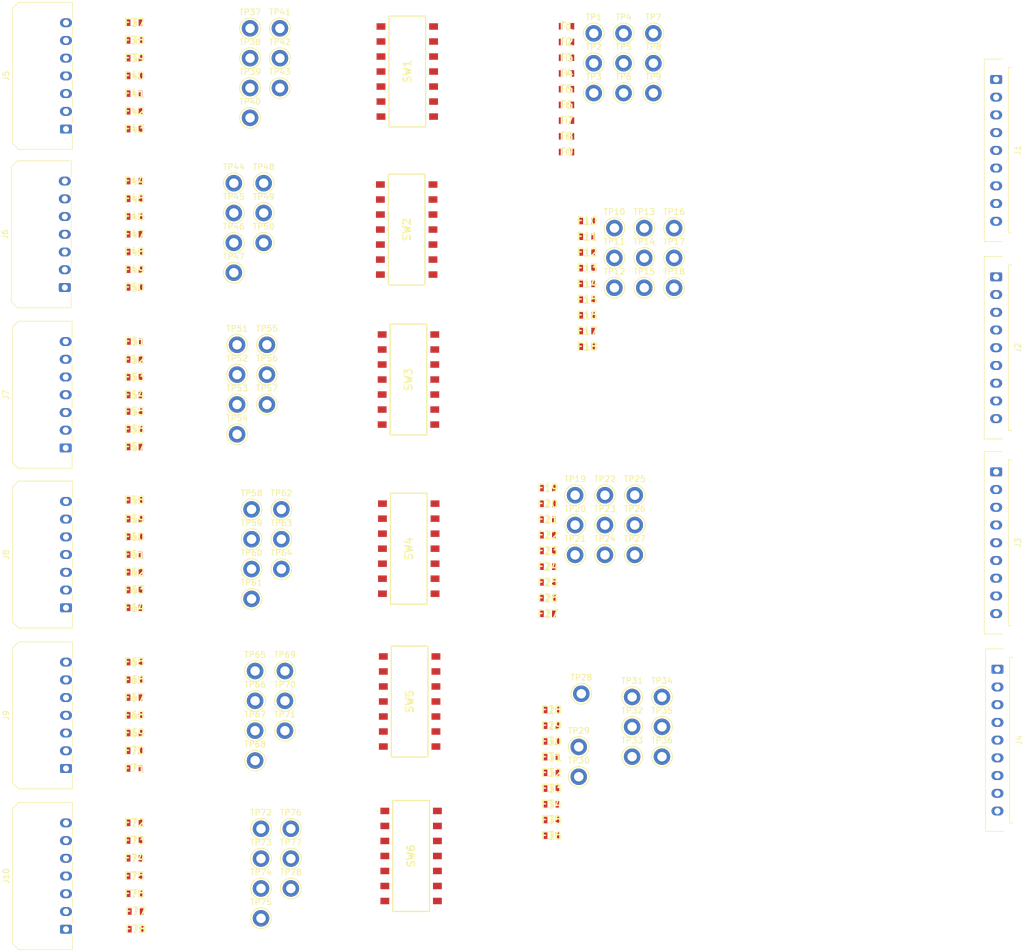
<source format=kicad_pcb>
(kicad_pcb (version 20240108) (generator "pcbnew") (generator_version "8.0")
  (title_block (title "BPS Scrutineering Board"))
  (layers (0 "F.Cu" signal) (31 "B.Cu" signal) (34 "B.Paste" user) (35 "F.Paste" user) (36 "B.SilkS" user "B.Silkscreen") (37 "F.SilkS" user "F.Silkscreen") (38 "B.Mask" user) (39 "F.Mask" user) (44 "Edge.Cuts" user))
  (net 0 "")
  (net 1 "Net-(J1-Pin_1)")
  (net 2 "/1-_BATT")
  (net 3 "/1+_BATT")
  (net 4 "Net-(J1-Pin_2)")
  (net 5 "/2+_BATT")
  (net 6 "Net-(J1-Pin_3)")
  (net 7 "/3+_BATT")
  (net 8 "Net-(J1-Pin_4)")
  (net 9 "Net-(J1-Pin_5)")
  (net 10 "/4+_BATT")
  (net 11 "Net-(J1-Pin_6)")
  (net 12 "/5+_BATT")
  (net 13 "Net-(J1-Pin_7)")
  (net 14 "/6+_BATT")
  (net 15 "/7+_BATT")
  (net 16 "Net-(J1-Pin_8)")
  (net 17 "Net-(J1-Pin_9)")
  (net 18 "/8+_BATT")
  (net 19 "/9-_BATT")
  (net 20 "Net-(J2-Pin_1)")
  (net 21 "Net-(J2-Pin_2)")
  (net 22 "/9+_BATT")
  (net 23 "/10+_BATT")
  (net 24 "Net-(J2-Pin_3)")
  (net 25 "Net-(J2-Pin_4)")
  (net 26 "/11+_BATT")
  (net 27 "/12+_BATT")
  (net 28 "Net-(J2-Pin_5)")
  (net 29 "/13+_BATT")
  (net 30 "Net-(J2-Pin_6)")
  (net 31 "Net-(J2-Pin_7)")
  (net 32 "/14+_BATT")
  (net 33 "Net-(J2-Pin_8)")
  (net 34 "/15+_BATT")
  (net 35 "Net-(J2-Pin_9)")
  (net 36 "/16+_BATT")
  (net 37 "/17-_BATT")
  (net 38 "Net-(J3-Pin_1)")
  (net 39 "/17+_BATT")
  (net 40 "Net-(J3-Pin_2)")
  (net 41 "Net-(J3-Pin_3)")
  (net 42 "/18+_BATT")
  (net 43 "Net-(J3-Pin_4)")
  (net 44 "/19+_BATT")
  (net 45 "Net-(J3-Pin_5)")
  (net 46 "/20+_BATT")
  (net 47 "/21+_BATT")
  (net 48 "Net-(J3-Pin_6)")
  (net 49 "Net-(J3-Pin_7)")
  (net 50 "/22+_BATT")
  (net 51 "/23+_BATT")
  (net 52 "Net-(J3-Pin_8)")
  (net 53 "Net-(J3-Pin_9)")
  (net 54 "/24+_BATT")
  (net 55 "/25-_BATT")
  (net 56 "Net-(J4-Pin_1)")
  (net 57 "Net-(J4-Pin_2)")
  (net 58 "/25+_BATT")
  (net 59 "Net-(J4-Pin_3)")
  (net 60 "/26+_BATT")
  (net 61 "/27+_BATT")
  (net 62 "Net-(J4-Pin_4)")
  (net 63 "Net-(J4-Pin_5)")
  (net 64 "/28+_BATT")
  (net 65 "/29+_BATT")
  (net 66 "Net-(J4-Pin_6)")
  (net 67 "Net-(J4-Pin_7)")
  (net 68 "/30+_BATT")
  (net 69 "Net-(J4-Pin_8)")
  (net 70 "/31+_BATT")
  (net 71 "Net-(J4-Pin_9)")
  (net 72 "/32+_BATT")
  (net 73 "/BPS_MINION_1/Minion_Out_1")
  (net 74 "Net-(J5-Pin_7)")
  (net 75 "/BPS_MINION_1/Minion_Out_2")
  (net 76 "Net-(J5-Pin_6)")
  (net 77 "Net-(J5-Pin_5)")
  (net 78 "/BPS_MINION_1/Minion_Out_3")
  (net 79 "/BPS_MINION_1/Minion_Out_4")
  (net 80 "Net-(J5-Pin_4)")
  (net 81 "Net-(J5-Pin_3)")
  (net 82 "/BPS_MINION_1/Minion_Out_5")
  (net 83 "Net-(J5-Pin_2)")
  (net 84 "/BPS_MINION_1/Minion_Out_6")
  (net 85 "Net-(J5-Pin_1)")
  (net 86 "/BPS_MINION_1/Minion_Out_7")
  (net 87 "/BPS_MINION_1/Minion_Out_8")
  (net 88 "Net-(J6-Pin_7)")
  (net 89 "/BPS_MINION_1/Minion_Out_9")
  (net 90 "Net-(J6-Pin_6)")
  (net 91 "/BPS_MINION_1/Minion_Out_10")
  (net 92 "Net-(J6-Pin_5)")
  (net 93 "Net-(J6-Pin_4)")
  (net 94 "/BPS_MINION_1/Minion_Out_11")
  (net 95 "Net-(J6-Pin_3)")
  (net 96 "/BPS_MINION_1/Minion_Out_12")
  (net 97 "Net-(J6-Pin_2)")
  (net 98 "/BPS_MINION_1/Minion_Out_13")
  (net 99 "/BPS_MINION_1/Minion_Out_14")
  (net 100 "Net-(J6-Pin_1)")
  (net 101 "Net-(J7-Pin_7)")
  (net 102 "/BPS_MINION_2/Minion_Out_1")
  (net 103 "/BPS_MINION_2/Minion_Out_2")
  (net 104 "Net-(J7-Pin_6)")
  (net 105 "Net-(J7-Pin_5)")
  (net 106 "/BPS_MINION_2/Minion_Out_3")
  (net 107 "Net-(J7-Pin_4)")
  (net 108 "/BPS_MINION_2/Minion_Out_4")
  (net 109 "Net-(J7-Pin_3)")
  (net 110 "/BPS_MINION_2/Minion_Out_5")
  (net 111 "Net-(J7-Pin_2)")
  (net 112 "/BPS_MINION_2/Minion_Out_6")
  (net 113 "Net-(J7-Pin_1)")
  (net 114 "/BPS_MINION_2/Minion_Out_7")
  (net 115 "/BPS_MINION_2/Minion_Out_8")
  (net 116 "Net-(J8-Pin_7)")
  (net 117 "/BPS_MINION_2/Minion_Out_9")
  (net 118 "Net-(J8-Pin_6)")
  (net 119 "/BPS_MINION_2/Minion_Out_10")
  (net 120 "Net-(J8-Pin_5)")
  (net 121 "/BPS_MINION_2/Minion_Out_11")
  (net 122 "Net-(J8-Pin_4)")
  (net 123 "/BPS_MINION_2/Minion_Out_12")
  (net 124 "Net-(J8-Pin_3)")
  (net 125 "/BPS_MINION_2/Minion_Out_13")
  (net 126 "Net-(J8-Pin_2)")
  (net 127 "/BPS_MINION_2/Minion_Out_14")
  (net 128 "Net-(J8-Pin_1)")
  (net 129 "Net-(J9-Pin_7)")
  (net 130 "/BPS_MINION_3/Minion_Out_1")
  (net 131 "Net-(J9-Pin_6)")
  (net 132 "/BPS_MINION_3/Minion_Out_2")
  (net 133 "Net-(J9-Pin_5)")
  (net 134 "/BPS_MINION_3/Minion_Out_3")
  (net 135 "/BPS_MINION_3/Minion_Out_4")
  (net 136 "Net-(J9-Pin_4)")
  (net 137 "Net-(J9-Pin_3)")
  (net 138 "/BPS_MINION_3/Minion_Out_5")
  (net 139 "Net-(J9-Pin_2)")
  (net 140 "/BPS_MINION_3/Minion_Out_6")
  (net 141 "/BPS_MINION_3/Minion_Out_7")
  (net 142 "Net-(J9-Pin_1)")
  (net 143 "Net-(J10-Pin_7)")
  (net 144 "/BPS_MINION_3/Minion_Out_8")
  (net 145 "/BPS_MINION_3/Minion_Out_9")
  (net 146 "Net-(J10-Pin_6)")
  (net 147 "/BPS_MINION_3/Minion_Out_10")
  (net 148 "Net-(J10-Pin_5)")
  (net 149 "/BPS_MINION_3/Minion_Out_11")
  (net 150 "Net-(J10-Pin_4)")
  (net 151 "Net-(J10-Pin_3)")
  (net 152 "/BPS_MINION_3/Minion_Out_12")
  (net 153 "/BPS_MINION_3/Minion_Out_13")
  (net 154 "Net-(J10-Pin_2)")
  (net 155 "/BPS_MINION_3/Minion_Out_14")
  (net 156 "Net-(J10-Pin_1)")
  (net 157 "/DIP_SW_2/In_7")
  (net 158 "/DIP_SW_2/In_6")
  (net 159 "/DIP_SW_4/In_5")
  (net 160 "/DIP_SW_4/In_7")
  (net 161 "/DIP_SW_4/In_6")
  (net 162 "/DIP_SW_4/Out_7")
  (net 163 "/DIP_SW_6/In_7")
  (net 164 "/DIP_SW_6/In_6")
  (footprint "footprints:FUSC1810X100N" (layer "F.Cu") (at 100.6406 160.199)
    (property "Reference" "F74" (at 0 0 0) (layer "F.SilkS") (effects (font (size 1.27 1.27) (thickness 0.254))))
    (property "Value" "PTC Fuse" (hide yes))
    (pad "1" smd rect (at -1 0) (size 0.61 1.11) (layers "F.Cu" "F.Paste" "F.Mask") (net 148 "Net-(J10-Pin_5)"))
    (pad "2" smd rect (at 1 0) (size 0.61 1.11) (layers "F.Cu" "F.Paste" "F.Mask") (net 147 "/BPS_MINION_3/Minion_Out_10"))
  )
  (footprint "footprints:FUSC1810X100N" (layer "F.Cu") (at 100.6406 105.799)
    (property "Reference" "F60" (at 0 0 0) (layer "F.SilkS") (effects (font (size 1.27 1.27) (thickness 0.254))))
    (property "Value" "PTC Fuse" (hide yes))
    (pad "1" smd rect (at -1 0) (size 0.61 1.11) (layers "F.Cu" "F.Paste" "F.Mask") (net 120 "Net-(J8-Pin_5)"))
    (pad "2" smd rect (at 1 0) (size 0.61 1.11) (layers "F.Cu" "F.Paste" "F.Mask") (net 119 "/BPS_MINION_2/Minion_Out_10"))
  )
  (footprint "UTSVT_Special:7switch_module_DS04254207BKSMT" (layer "F.Cu") (at 146.9906 79.179 -90)
    (property "Reference" "SW3" (at 0 0 90) (layer "F.SilkS") (effects (font (size 1.27 1.27) (thickness 0.254))))
    (property "Value" "SW_DIP_x07" (hide yes))
    (pad "1" smd rect (at -7.62 4.45 270) (size 1.1 1.5) (layers "F.Cu" "F.Paste" "F.Mask") (net 102 "/BPS_MINION_2/Minion_Out_1"))
    (pad "2" smd rect (at -7.62 -4.45 270) (size 1.1 1.5) (layers "F.Cu" "F.Paste" "F.Mask") (net 26 "/11+_BATT"))
    (pad "3" smd rect (at -5.08 4.45 270) (size 1.1 1.5) (layers "F.Cu" "F.Paste" "F.Mask") (net 103 "/BPS_MINION_2/Minion_Out_2"))
    (pad "4" smd rect (at -5.08 -4.45 270) (size 1.1 1.5) (layers "F.Cu" "F.Paste" "F.Mask") (net 27 "/12+_BATT"))
    (pad "5" smd rect (at -2.54 4.45 270) (size 1.1 1.5) (layers "F.Cu" "F.Paste" "F.Mask") (net 106 "/BPS_MINION_2/Minion_Out_3"))
    (pad "6" smd rect (at -2.54 -4.45 270) (size 1.1 1.5) (layers "F.Cu" "F.Paste" "F.Mask") (net 29 "/13+_BATT"))
    (pad "7" smd rect (at 0 4.45 270) (size 1.1 1.5) (layers "F.Cu" "F.Paste" "F.Mask") (net 108 "/BPS_MINION_2/Minion_Out_4"))
    (pad "8" smd rect (at 0 -4.45 270) (size 1.1 1.5) (layers "F.Cu" "F.Paste" "F.Mask") (net 32 "/14+_BATT"))
    (pad "9" smd rect (at 2.54 4.45 270) (size 1.1 1.5) (layers "F.Cu" "F.Paste" "F.Mask") (net 110 "/BPS_MINION_2/Minion_Out_5"))
    (pad "10" smd rect (at 2.54 -4.45 270) (size 1.1 1.5) (layers "F.Cu" "F.Paste" "F.Mask") (net 34 "/15+_BATT"))
    (pad "11" smd rect (at 5.08 4.45 270) (size 1.1 1.5) (layers "F.Cu" "F.Paste" "F.Mask") (net 112 "/BPS_MINION_2/Minion_Out_6"))
    (pad "12" smd rect (at 5.08 -4.45 270) (size 1.1 1.5) (layers "F.Cu" "F.Paste" "F.Mask") (net 36 "/16+_BATT"))
    (pad "13" smd rect (at 7.62 4.45 270) (size 1.1 1.5) (layers "F.Cu" "F.Paste" "F.Mask") (net 114 "/BPS_MINION_2/Minion_Out_7"))
    (pad "14" smd rect (at 7.62 -4.45 270) (size 1.1 1.5) (layers "F.Cu" "F.Paste" "F.Mask") (net 39 "/17+_BATT"))
  )
  (footprint "TestPoint:TestPoint_Keystone_5005-5009_Compact" (layer "F.Cu") (at 181.8406 63.649)
    (property "Reference" "TP12" (at 0 -2.75 0) (layer "F.SilkS"))
    (property "Value" "TestPoint")
    (pad "1" thru_hole circle (at 0 0) (size 2.8 2.8) (drill 1.6) (layers "*.Cu" "*.Mask") (net 24 "Net-(J2-Pin_3)"))
  )
  (footprint "TestPoint:TestPoint_Keystone_5005-5009_Compact" (layer "F.Cu") (at 117.4406 56.049)
    (property "Reference" "TP46" (at 0 -2.75 0) (layer "F.SilkS"))
    (property "Value" "TestPoint")
    (pad "1" thru_hole circle (at 0 0) (size 2.8 2.8) (drill 1.6) (layers "*.Cu" "*.Mask") (net 91 "/BPS_MINION_1/Minion_Out_10"))
  )
  (footprint "footprints:FUSC1810X100N" (layer "F.Cu") (at 100.6406 48.599)
    (property "Reference" "F45" (at 0 0 0) (layer "F.SilkS") (effects (font (size 1.27 1.27) (thickness 0.254))))
    (property "Value" "PTC Fuse" (hide yes))
    (pad "1" smd rect (at -1 0) (size 0.61 1.11) (layers "F.Cu" "F.Paste" "F.Mask") (net 90 "Net-(J6-Pin_6)"))
    (pad "2" smd rect (at 1 0) (size 0.61 1.11) (layers "F.Cu" "F.Paste" "F.Mask") (net 89 "/BPS_MINION_1/Minion_Out_9"))
  )
  (footprint "TestPoint:TestPoint_Keystone_5005-5009_Compact" (layer "F.Cu") (at 186.8906 58.599)
    (property "Reference" "TP14" (at 0 -2.75 0) (layer "F.SilkS"))
    (property "Value" "TestPoint")
    (pad "1" thru_hole circle (at 0 0) (size 2.8 2.8) (drill 1.6) (layers "*.Cu" "*.Mask") (net 28 "Net-(J2-Pin_5)"))
  )
  (footprint "footprints:FUSC1810X100N" (layer "F.Cu") (at 100.6406 36.799)
    (property "Reference" "F43" (at 0 0 0) (layer "F.SilkS") (effects (font (size 1.27 1.27) (thickness 0.254))))
    (property "Value" "PTC Fuse" (hide yes))
    (pad "1" smd rect (at -1 0) (size 0.61 1.11) (layers "F.Cu" "F.Paste" "F.Mask") (net 85 "Net-(J5-Pin_1)"))
    (pad "2" smd rect (at 1 0) (size 0.61 1.11) (layers "F.Cu" "F.Paste" "F.Mask") (net 86 "/BPS_MINION_1/Minion_Out_7"))
  )
  (footprint "footprints:FUSC1810X100N" (layer "F.Cu") (at 100.6406 102.799)
    (property "Reference" "F59" (at 0 0 0) (layer "F.SilkS") (effects (font (size 1.27 1.27) (thickness 0.254))))
    (property "Value" "PTC Fuse" (hide yes))
    (pad "1" smd rect (at -1 0) (size 0.61 1.11) (layers "F.Cu" "F.Paste" "F.Mask") (net 118 "Net-(J8-Pin_6)"))
    (pad "2" smd rect (at 1 0) (size 0.61 1.11) (layers "F.Cu" "F.Paste" "F.Mask") (net 117 "/BPS_MINION_2/Minion_Out_9"))
  )
  (footprint "TestPoint:TestPoint_Keystone_5005-5009_Compact" (layer "F.Cu") (at 180.2406 103.799)
    (property "Reference" "TP23" (at 0 -2.75 0) (layer "F.SilkS"))
    (property "Value" "TestPoint")
    (pad "1" thru_hole circle (at 0 0) (size 2.8 2.8) (drill 1.6) (layers "*.Cu" "*.Mask") (net 45 "Net-(J3-Pin_5)"))
  )
  (footprint "Connector_Molex:Molex_Micro-Fit_3.0_43650-0915_1x09_P3.00mm_Vertical" (layer "F.Cu") (at 246.4406 94.799 -90)
    (property "Reference" "J3" (at 12 -3.67 90) (layer "F.SilkS"))
    (property "Value" "Conn_01x09")
    (pad "" np_thru_hole circle (at -3 -1.96 270) (size 1.27 1.27) (drill 1.27) (layers "*.Cu" "*.Mask"))
    (pad "" np_thru_hole circle (at 27 -1.96 270) (size 1.27 1.27) (drill 1.27) (layers "*.Cu" "*.Mask"))
    (pad "1" thru_hole roundrect (at 0 0 270) (size 1.5 2.02) (drill 1.02) (layers "*.Cu" "*.Mask") (roundrect_rratio 0.166667) (net 38 "Net-(J3-Pin_1)"))
    (pad "2" thru_hole oval (at 3 0 270) (size 1.5 2.02) (drill 1.02) (layers "*.Cu" "*.Mask") (net 40 "Net-(J3-Pin_2)"))
    (pad "3" thru_hole oval (at 6 0 270) (size 1.5 2.02) (drill 1.02) (layers "*.Cu" "*.Mask") (net 41 "Net-(J3-Pin_3)"))
    (pad "4" thru_hole oval (at 9 0 270) (size 1.5 2.02) (drill 1.02) (layers "*.Cu" "*.Mask") (net 43 "Net-(J3-Pin_4)"))
    (pad "5" thru_hole oval (at 12 0 270) (size 1.5 2.02) (drill 1.02) (layers "*.Cu" "*.Mask") (net 45 "Net-(J3-Pin_5)"))
    (pad "6" thru_hole oval (at 15 0 270) (size 1.5 2.02) (drill 1.02) (layers "*.Cu" "*.Mask") (net 48 "Net-(J3-Pin_6)"))
    (pad "7" thru_hole oval (at 18 0 270) (size 1.5 2.02) (drill 1.02) (layers "*.Cu" "*.Mask") (net 49 "Net-(J3-Pin_7)"))
    (pad "8" thru_hole oval (at 21 0 270) (size 1.5 2.02) (drill 1.02) (layers "*.Cu" "*.Mask") (net 52 "Net-(J3-Pin_8)"))
    (pad "9" thru_hole oval (at 24 0 270) (size 1.5 2.02) (drill 1.02) (layers "*.Cu" "*.Mask") (net 53 "Net-(J3-Pin_9)"))
  )
  (footprint "footprints:FUSC1810X100N" (layer "F.Cu") (at 100.8406 169.199)
    (property "Reference" "F77" (at 0 0 0) (layer "F.SilkS") (effects (font (size 1.27 1.27) (thickness 0.254))))
    (property "Value" "PTC Fuse" (hide yes))
    (pad "1" smd rect (at -1 0) (size 0.61 1.11) (layers "F.Cu" "F.Paste" "F.Mask") (net 154 "Net-(J10-Pin_2)"))
    (pad "2" smd rect (at 1 0) (size 0.61 1.11) (layers "F.Cu" "F.Paste" "F.Mask") (net 153 "/BPS_MINION_3/Minion_Out_13"))
  )
  (footprint "TestPoint:TestPoint_Keystone_5005-5009_Compact" (layer "F.Cu") (at 185.2906 108.849)
    (property "Reference" "TP27" (at 0 -2.75 0) (layer "F.SilkS"))
    (property "Value" "TestPoint")
    (pad "1" thru_hole circle (at 0 0) (size 2.8 2.8) (drill 1.6) (layers "*.Cu" "*.Mask") (net 53 "Net-(J3-Pin_9)"))
  )
  (footprint "footprints:FUSC1810X100N" (layer "F.Cu") (at 100.6406 108.799)
    (property "Reference" "F61" (at 0 0 0) (layer "F.SilkS") (effects (font (size 1.27 1.27) (thickness 0.254))))
    (property "Value" "PTC Fuse" (hide yes))
    (pad "1" smd rect (at -1 0) (size 0.61 1.11) (layers "F.Cu" "F.Paste" "F.Mask") (net 122 "Net-(J8-Pin_4)"))
    (pad "2" smd rect (at 1 0) (size 0.61 1.11) (layers "F.Cu" "F.Paste" "F.Mask") (net 121 "/BPS_MINION_2/Minion_Out_11"))
  )
  (footprint "TestPoint:TestPoint_Keystone_5005-5009_Compact" (layer "F.Cu") (at 123.0406 73.299)
    (property "Reference" "TP55" (at 0 -2.75 0) (layer "F.SilkS"))
    (property "Value" "TestPoint")
    (pad "1" thru_hole circle (at 0 0) (size 2.8 2.8) (drill 1.6) (layers "*.Cu" "*.Mask") (net 110 "/BPS_MINION_2/Minion_Out_5"))
  )
  (footprint "TestPoint:TestPoint_Keystone_5005-5009_Compact" (layer "F.Cu") (at 121.0406 128.499)
    (property "Reference" "TP65" (at 0 -2.75 0) (layer "F.SilkS"))
    (property "Value" "TestPoint")
    (pad "1" thru_hole circle (at 0 0) (size 2.8 2.8) (drill 1.6) (layers "*.Cu" "*.Mask") (net 130 "/BPS_MINION_3/Minion_Out_1"))
  )
  (footprint "footprints:FUSC1810X100N" (layer "F.Cu") (at 170.5856 105.534)
    (property "Reference" "F22" (at 0 0 0) (layer "F.SilkS") (effects (font (size 1.27 1.27) (thickness 0.254))))
    (property "Value" "PTC Fuse" (hide yes))
    (pad "1" smd rect (at -1 0) (size 0.61 1.11) (layers "F.Cu" "F.Paste" "F.Mask") (net 44 "/19+_BATT"))
    (pad "2" smd rect (at 1 0) (size 0.61 1.11) (layers "F.Cu" "F.Paste" "F.Mask") (net 43 "Net-(J3-Pin_4)"))
  )
  (footprint "footprints:FUSC1810X100N" (layer "F.Cu") (at 173.7356 27.384)
    (property "Reference" "F4" (at 0 0 0) (layer "F.SilkS") (effects (font (size 1.27 1.27) (thickness 0.254))))
    (property "Value" "PTC Fuse" (hide yes))
    (pad "1" smd rect (at -1 0) (size 0.61 1.11) (layers "F.Cu" "F.Paste" "F.Mask") (net 7 "/3+_BATT"))
    (pad "2" smd rect (at 1 0) (size 0.61 1.11) (layers "F.Cu" "F.Paste" "F.Mask") (net 8 "Net-(J1-Pin_4)"))
  )
  (footprint "TestPoint:TestPoint_Keystone_5005-5009_Compact" (layer "F.Cu") (at 183.3906 20.599)
    (property "Reference" "TP4" (at 0 -2.75 0) (layer "F.SilkS"))
    (property "Value" "TestPoint")
    (pad "1" thru_hole circle (at 0 0) (size 2.8 2.8) (drill 1.6) (layers "*.Cu" "*.Mask") (net 8 "Net-(J1-Pin_4)"))
  )
  (footprint "footprints:FUSC1810X100N" (layer "F.Cu") (at 100.6406 126.999)
    (property "Reference" "F65" (at 0 0 0) (layer "F.SilkS") (effects (font (size 1.27 1.27) (thickness 0.254))))
    (property "Value" "PTC Fuse" (hide yes))
    (pad "1" smd rect (at -1 0) (size 0.61 1.11) (layers "F.Cu" "F.Paste" "F.Mask") (net 129 "Net-(J9-Pin_7)"))
    (pad "2" smd rect (at 1 0) (size 0.61 1.11) (layers "F.Cu" "F.Paste" "F.Mask") (net 130 "/BPS_MINION_3/Minion_Out_1"))
  )
  (footprint "footprints:FUSC1810X100N" (layer "F.Cu") (at 100.6406 117.799)
    (property "Reference" "F64" (at 0 0 0) (layer "F.SilkS") (effects (font (size 1.27 1.27) (thickness 0.254))))
    (property "Value" "PTC Fuse" (hide yes))
    (pad "1" smd rect (at -1 0) (size 0.61 1.11) (layers "F.Cu" "F.Paste" "F.Mask") (net 128 "Net-(J8-Pin_1)"))
    (pad "2" smd rect (at 1 0) (size 0.61 1.11) (layers "F.Cu" "F.Paste" "F.Mask") (net 127 "/BPS_MINION_2/Minion_Out_14"))
  )
  (footprint "TestPoint:TestPoint_Keystone_5005-5009_Compact" (layer "F.Cu") (at 181.8406 53.549)
    (property "Reference" "TP10" (at 0 -2.75 0) (layer "F.SilkS"))
    (property "Value" "TestPoint")
    (pad "1" thru_hole circle (at 0 0) (size 2.8 2.8) (drill 1.6) (layers "*.Cu" "*.Mask") (net 20 "Net-(J2-Pin_1)"))
  )
  (footprint "footprints:FUSC1810X100N" (layer "F.Cu") (at 100.6406 78.799)
    (property "Reference" "F53" (at 0 0 0) (layer "F.SilkS") (effects (font (size 1.27 1.27) (thickness 0.254))))
    (property "Value" "PTC Fuse" (hide yes))
    (pad "1" smd rect (at -1 0) (size 0.61 1.11) (layers "F.Cu" "F.Paste" "F.Mask") (net 105 "Net-(J7-Pin_5)"))
    (pad "2" smd rect (at 1 0) (size 0.61 1.11) (layers "F.Cu" "F.Paste" "F.Mask") (net 106 "/BPS_MINION_2/Minion_Out_3"))
  )
  (footprint "TestPoint:TestPoint_Keystone_5005-5009_Compact" (layer "F.Cu") (at 126.0906 128.499)
    (property "Reference" "TP69" (at 0 -2.75 0) (layer "F.SilkS"))
    (property "Value" "TestPoint")
    (pad "1" thru_hole circle (at 0 0) (size 2.8 2.8) (drill 1.6) (layers "*.Cu" "*.Mask") (net 138 "/BPS_MINION_3/Minion_Out_5"))
  )
  (footprint "TestPoint:TestPoint_Keystone_5005-5009_Compact" (layer "F.Cu") (at 125.4906 106.199)
    (property "Reference" "TP63" (at 0 -2.75 0) (layer "F.SilkS"))
    (property "Value" "TestPoint")
    (pad "1" thru_hole circle (at 0 0) (size 2.8 2.8) (drill 1.6) (layers "*.Cu" "*.Mask") (net 125 "/BPS_MINION_2/Minion_Out_13"))
  )
  (footprint "TestPoint:TestPoint_Keystone_5005-5009_Compact" (layer "F.Cu") (at 122.4906 50.999)
    (property "Reference" "TP49" (at 0 -2.75 0) (layer "F.SilkS"))
    (property "Value" "TestPoint")
    (pad "1" thru_hole circle (at 0 0) (size 2.8 2.8) (drill 1.6) (layers "*.Cu" "*.Mask") (net 98 "/BPS_MINION_1/Minion_Out_13"))
  )
  (footprint "TestPoint:TestPoint_Keystone_5005-5009_Compact" (layer "F.Cu") (at 183.3906 30.699)
    (property "Reference" "TP6" (at 0 -2.75 0) (layer "F.SilkS"))
    (property "Value" "TestPoint")
    (pad "1" thru_hole circle (at 0 0) (size 2.8 2.8) (drill 1.6) (layers "*.Cu" "*.Mask") (net 11 "Net-(J1-Pin_6)"))
  )
  (footprint "footprints:FUSC1810X100N" (layer "F.Cu") (at 100.6406 114.799)
    (property "Reference" "F63" (at 0 0 0) (layer "F.SilkS") (effects (font (size 1.27 1.27) (thickness 0.254))))
    (property "Value" "PTC Fuse" (hide yes))
    (pad "1" smd rect (at -1 0) (size 0.61 1.11) (layers "F.Cu" "F.Paste" "F.Mask") (net 126 "Net-(J8-Pin_2)"))
    (pad "2" smd rect (at 1 0) (size 0.61 1.11) (layers "F.Cu" "F.Paste" "F.Mask") (net 125 "/BPS_MINION_2/Minion_Out_13"))
  )
  (footprint "TestPoint:TestPoint_Keystone_5005-5009_Compact" (layer "F.Cu") (at 188.4406 25.649)
    (property "Reference" "TP8" (at 0 -2.75 0) (layer "F.SilkS"))
    (property "Value" "TestPoint")
    (pad "1" thru_hole circle (at 0 0) (size 2.8 2.8) (drill 1.6) (layers "*.Cu" "*.Mask") (net 16 "Net-(J1-Pin_8)"))
  )
  (footprint "footprints:FUSC1810X100N" (layer "F.Cu") (at 170.5856 116.174)
    (property "Reference" "F26" (at 0 0 0) (layer "F.SilkS") (effects (font (size 1.27 1.27) (thickness 0.254))))
    (property "Value" "PTC Fuse" (hide yes))
    (pad "1" smd rect (at -1 0) (size 0.61 1.11) (layers "F.Cu" "F.Paste" "F.Mask") (net 51 "/23+_BATT"))
    (pad "2" smd rect (at 1 0) (size 0.61 1.11) (layers "F.Cu" "F.Paste" "F.Mask") (net 52 "Net-(J3-Pin_8)"))
  )
  (footprint "footprints:FUSC1810X100N" (layer "F.Cu") (at 100.6406 90.599)
    (property "Reference" "F57" (at 0 0 0) (layer "F.SilkS") (effects (font (size 1.27 1.27) (thickness 0.254))))
    (property "Value" "PTC Fuse" (hide yes))
    (pad "1" smd rect (at -1 0) (size 0.61 1.11) (layers "F.Cu" "F.Paste" "F.Mask") (net 113 "Net-(J7-Pin_1)"))
    (pad "2" smd rect (at 1 0) (size 0.61 1.11) (layers "F.Cu" "F.Paste" "F.Mask") (net 114 "/BPS_MINION_2/Minion_Out_7"))
  )
  (footprint "footprints:FUSC1810X100N" (layer "F.Cu") (at 100.6406 21.799)
    (property "Reference" "F38" (at 0 0 0) (layer "F.SilkS") (effects (font (size 1.27 1.27) (thickness 0.254))))
    (property "Value" "PTC Fuse" (hide yes))
    (pad "1" smd rect (at -1 0) (size 0.61 1.11) (layers "F.Cu" "F.Paste" "F.Mask") (net 76 "Net-(J5-Pin_6)"))
    (pad "2" smd rect (at 1 0) (size 0.61 1.11) (layers "F.Cu" "F.Paste" "F.Mask") (net 75 "/BPS_MINION_1/Minion_Out_2"))
  )
  (footprint "Connector_Molex:Molex_Micro-Fit_3.0_43650-0700_1x07_P3.00mm_Horizontal" (layer "F.Cu") (at 89.0406 36.799 90)
    (property "Reference" "J5" (at 9 -10.12 -90) (layer "F.SilkS"))
    (property "Value" "TopConn")
    (pad "" np_thru_hole circle (at 2.15 -4.32 90) (size 3 3) (drill 3) (layers "*.Cu" "*.Mask"))
    (pad "" np_thru_hole circle (at 15.85 -4.32 90) (size 3 3) (drill 3) (layers "*.Cu" "*.Mask"))
    (pad "1" thru_hole roundrect (at 0 0 90) (size 1.5 2.02) (drill 1.02) (layers "*.Cu" "*.Mask") (roundrect_rratio 0.166667) (net 85 "Net-(J5-Pin_1)"))
    (pad "2" thru_hole oval (at 3 0 90) (size 1.5 2.02) (drill 1.02) (layers "*.Cu" "*.Mask") (net 83 "Net-(J5-Pin_2)"))
    (pad "3" thru_hole oval (at 6 0 90) (size 1.5 2.02) (drill 1.02) (layers "*.Cu" "*.Mask") (net 81 "Net-(J5-Pin_3)"))
    (pad "4" thru_hole oval (at 9 0 90) (size 1.5 2.02) (drill 1.02) (layers "*.Cu" "*.Mask") (net 80 "Net-(J5-Pin_4)"))
    (pad "5" thru_hole oval (at 12 0 90) (size 1.5 2.02) (drill 1.02) (layers "*.Cu" "*.Mask") (net 77 "Net-(J5-Pin_5)"))
    (pad "6" thru_hole oval (at 15 0 90) (size 1.5 2.02) (drill 1.02) (layers "*.Cu" "*.Mask") (net 76 "Net-(J5-Pin_6)"))
    (pad "7" thru_hole oval (at 18 0 90) (size 1.5 2.02) (drill 1.02) (layers "*.Cu" "*.Mask") (net 74 "Net-(J5-Pin_7)"))
  )
  (footprint "footprints:FUSC1810X100N" (layer "F.Cu") (at 100.6906 72.749)
    (property "Reference" "F51" (at 0 0 0) (layer "F.SilkS") (effects (font (size 1.27 1.27) (thickness 0.254))))
    (property "Value" "PTC Fuse" (hide yes))
    (pad "1" smd rect (at -1 0) (size 0.61 1.11) (layers "F.Cu" "F.Paste" "F.Mask") (net 101 "Net-(J7-Pin_7)"))
    (pad "2" smd rect (at 1 0) (size 0.61 1.11) (layers "F.Cu" "F.Paste" "F.Mask") (net 102 "/BPS_MINION_2/Minion_Out_1"))
  )
  (footprint "TestPoint:TestPoint_Keystone_5005-5009_Compact" (layer "F.Cu") (at 120.4406 101.149)
    (property "Reference" "TP58" (at 0 -2.75 0) (layer "F.SilkS"))
    (property "Value" "TestPoint")
    (pad "1" thru_hole circle (at 0 0) (size 2.8 2.8) (drill 1.6) (layers "*.Cu" "*.Mask") (net 115 "/BPS_MINION_2/Minion_Out_8"))
  )
  (footprint "footprints:FUSC1810X100N" (layer "F.Cu") (at 173.7356 38.024)
    (property "Reference" "F8" (at 0 0 0) (layer "F.SilkS") (effects (font (size 1.27 1.27) (thickness 0.254))))
    (property "Value" "PTC Fuse" (hide yes))
    (pad "1" smd rect (at -1 0) (size 0.61 1.11) (layers "F.Cu" "F.Paste" "F.Mask") (net 15 "/7+_BATT"))
    (pad "2" smd rect (at 1 0) (size 0.61 1.11) (layers "F.Cu" "F.Paste" "F.Mask") (net 16 "Net-(J1-Pin_8)"))
  )
  (footprint "footprints:FUSC1810X100N" (layer "F.Cu") (at 100.6406 33.799)
    (property "Reference" "F42" (at 0 0 0) (layer "F.SilkS") (effects (font (size 1.27 1.27) (thickness 0.254))))
    (property "Value" "PTC Fuse" (hide yes))
    (pad "1" smd rect (at -1 0) (size 0.61 1.11) (layers "F.Cu" "F.Paste" "F.Mask") (net 83 "Net-(J5-Pin_2)"))
    (pad "2" smd rect (at 1 0) (size 0.61 1.11) (layers "F.Cu" "F.Paste" "F.Mask") (net 84 "/BPS_MINION_1/Minion_Out_6"))
  )
  (footprint "TestPoint:TestPoint_Keystone_5005-5009_Compact" (layer "F.Cu") (at 120.1906 24.799)
    (property "Reference" "TP38" (at 0 -2.75 0) (layer "F.SilkS"))
    (property "Value" "TestPoint")
    (pad "1" thru_hole circle (at 0 0) (size 2.8 2.8) (drill 1.6) (layers "*.Cu" "*.Mask") (net 75 "/BPS_MINION_1/Minion_Out_2"))
  )
  (footprint "TestPoint:TestPoint_Keystone_5005-5009_Compact" (layer "F.Cu") (at 186.8906 53.549)
    (property "Reference" "TP13" (at 0 -2.75 0) (layer "F.SilkS"))
    (property "Value" "TestPoint")
    (pad "1" thru_hole circle (at 0 0) (size 2.8 2.8) (drill 1.6) (layers "*.Cu" "*.Mask") (net 25 "Net-(J2-Pin_4)"))
  )
  (footprint "footprints:FUSC1810X100N" (layer "F.Cu") (at 100.6406 166.199)
    (property "Reference" "F76" (at 0 0 0) (layer "F.SilkS") (effects (font (size 1.27 1.27) (thickness 0.254))))
    (property "Value" "PTC Fuse" (hide yes))
    (pad "1" smd rect (at -1 0) (size 0.61 1.11) (layers "F.Cu" "F.Paste" "F.Mask") (net 151 "Net-(J10-Pin_3)"))
    (pad "2" smd rect (at 1 0) (size 0.61 1.11) (layers "F.Cu" "F.Paste" "F.Mask") (net 152 "/BPS_MINION_3/Minion_Out_12"))
  )
  (footprint "footprints:FUSC1810X100N" (layer "F.Cu") (at 177.2356 73.634)
    (property "Reference" "F18" (at 0 0 0) (layer "F.SilkS") (effects (font (size 1.27 1.27) (thickness 0.254))))
    (property "Value" "PTC Fuse" (hide yes))
    (pad "1" smd rect (at -1 0) (size 0.61 1.11) (layers "F.Cu" "F.Paste" "F.Mask") (net 36 "/16+_BATT"))
    (pad "2" smd rect (at 1 0) (size 0.61 1.11) (layers "F.Cu" "F.Paste" "F.Mask") (net 35 "Net-(J2-Pin_9)"))
  )
  (footprint "TestPoint:TestPoint_Keystone_5005-5009_Compact" (layer "F.Cu") (at 123.0406 78.349)
    (property "Reference" "TP56" (at 0 -2.75 0) (layer "F.SilkS"))
    (property "Value" "TestPoint")
    (pad "1" thru_hole circle (at 0 0) (size 2.8 2.8) (drill 1.6) (layers "*.Cu" "*.Mask") (net 112 "/BPS_MINION_2/Minion_Out_6"))
  )
  (footprint "TestPoint:TestPoint_Keystone_5005-5009_Compact" (layer "F.Cu") (at 181.8406 58.599)
    (property "Reference" "TP11" (at 0 -2.75 0) (layer "F.SilkS"))
    (property "Value" "TestPoint")
    (pad "1" thru_hole circle (at 0 0) (size 2.8 2.8) (drill 1.6) (layers "*.Cu" "*.Mask") (net 21 "Net-(J2-Pin_2)"))
  )
  (footprint "Connector_Molex:Molex_Micro-Fit_3.0_43650-0700_1x07_P3.00mm_Horizontal" (layer "F.Cu") (at 88.9906 90.749 90)
    (property "Reference" "J7" (at 9 -10.12 270) (layer "F.SilkS"))
    (property "Value" "TopConn")
    (pad "" np_thru_hole circle (at 2.15 -4.32 90) (size 3 3) (drill 3) (layers "*.Cu" "*.Mask"))
    (pad "" np_thru_hole circle (at 15.85 -4.32 90) (size 3 3) (drill 3) (layers "*.Cu" "*.Mask"))
    (pad "1" thru_hole roundrect (at 0 0 90) (size 1.5 2.02) (drill 1.02) (layers "*.Cu" "*.Mask") (roundrect_rratio 0.166667) (net 113 "Net-(J7-Pin_1)"))
    (pad "2" thru_hole oval (at 3 0 90) (size 1.5 2.02) (drill 1.02) (layers "*.Cu" "*.Mask") (net 111 "Net-(J7-Pin_2)"))
    (pad "3" thru_hole oval (at 6 0 90) (size 1.5 2.02) (drill 1.02) (layers "*.Cu" "*.Mask") (net 109 "Net-(J7-Pin_3)"))
    (pad "4" thru_hole oval (at 9 0 90) (size 1.5 2.02) (drill 1.02) (layers "*.Cu" "*.Mask") (net 107 "Net-(J7-Pin_4)"))
    (pad "5" thru_hole oval (at 12 0 90) (size 1.5 2.02) (drill 1.02) (layers "*.Cu" "*.Mask") (net 105 "Net-(J7-Pin_5)"))
    (pad "6" thru_hole oval (at 15 0 90) (size 1.5 2.02) (drill 1.02) (layers "*.Cu" "*.Mask") (net 104 "Net-(J7-Pin_6)"))
    (pad "7" thru_hole oval (at 18 0 90) (size 1.5 2.02) (drill 1.02) (layers "*.Cu" "*.Mask") (net 101 "Net-(J7-Pin_7)"))
  )
  (footprint "footprints:FUSC1810X100N" (layer "F.Cu") (at 100.6406 163.199)
    (property "Reference" "F75" (at 0 0 0) (layer "F.SilkS") (effects (font (size 1.27 1.27) (thickness 0.254))))
    (property "Value" "PTC Fuse" (hide yes))
    (pad "1" smd rect (at -1 0) (size 0.61 1.11) (layers "F.Cu" "F.Paste" "F.Mask") (net 150 "Net-(J10-Pin_4)"))
    (pad "2" smd rect (at 1 0) (size 0.61 1.11) (layers "F.Cu" "F.Paste" "F.Mask") (net 149 "/BPS_MINION_3/Minion_Out_11"))
  )
  (footprint "TestPoint:TestPoint_Keystone_5005-5009_Compact" (layer "F.Cu") (at 120.4406 106.199)
    (property "Reference" "TP59" (at 0 -2.75 0) (layer "F.SilkS"))
    (property "Value" "TestPoint")
    (pad "1" thru_hole circle (at 0 0) (size 2.8 2.8) (drill 1.6) (layers "*.Cu" "*.Mask") (net 117 "/BPS_MINION_2/Minion_Out_9"))
  )
  (footprint "TestPoint:TestPoint_Keystone_5005-5009_Compact" (layer "F.Cu") (at 180.2406 108.849)
    (property "Reference" "TP24" (at 0 -2.75 0) (layer "F.SilkS"))
    (property "Value" "TestPoint")
    (pad "1" thru_hole circle (at 0 0) (size 2.8 2.8) (drill 1.6) (layers "*.Cu" "*.Mask") (net 48 "Net-(J3-Pin_6)"))
  )
  (footprint "TestPoint:TestPoint_Keystone_5005-5009_Compact" (layer "F.Cu") (at 121.0406 138.599)
    (property "Reference" "TP67" (at 0 -2.75 0) (layer "F.SilkS"))
    (property "Value" "TestPoint")
    (pad "1" thru_hole circle (at 0 0) (size 2.8 2.8) (drill 1.6) (layers "*.Cu" "*.Mask") (net 134 "/BPS_MINION_3/Minion_Out_3"))
  )
  (footprint "TestPoint:TestPoint_Keystone_5005-5009_Compact" (layer "F.Cu") (at 126.0906 138.599)
    (property "Reference" "TP71" (at 0 -2.75 0) (layer "F.SilkS"))
    (property "Value" "TestPoint")
    (pad "1" thru_hole circle (at 0 0) (size 2.8 2.8) (drill 1.6) (layers "*.Cu" "*.Mask") (net 141 "/BPS_MINION_3/Minion_Out_7"))
  )
  (footprint "footprints:FUSC1810X100N" (layer "F.Cu") (at 100.6406 30.799)
    (property "Reference" "F41" (at 0 0 0) (layer "F.SilkS") (effects (font (size 1.27 1.27) (thickness 0.254))))
    (property "Value" "PTC Fuse" (hide yes))
    (pad "1" smd rect (at -1 0) (size 0.61 1.11) (layers "F.Cu" "F.Paste" "F.Mask") (net 81 "Net-(J5-Pin_3)"))
    (pad "2" smd rect (at 1 0) (size 0.61 1.11) (layers "F.Cu" "F.Paste" "F.Mask") (net 82 "/BPS_MINION_1/Minion_Out_5"))
  )
  (footprint "footprints:FUSC1810X100N" (layer "F.Cu") (at 173.7356 19.404)
    (property "Reference" "F1" (at 0 0 0) (layer "F.SilkS") (effects (font (size 1.27 1.27) (thickness 0.254))))
    (property "Value" "PTC Fuse" (hide yes))
    (pad "1" smd rect (at -1 0) (size 0.61 1.11) (layers "F.Cu" "F.Paste" "F.Mask") (net 2 "/1-_BATT"))
    (pad "2" smd rect (at 1 0) (size 0.61 1.11) (layers "F.Cu" "F.Paste" "F.Mask") (net 1 "Net-(J1-Pin_1)"))
  )
  (footprint "footprints:FUSC1810X100N" (layer "F.Cu") (at 100.6406 99.599)
    (property "Reference" "F58" (at 0 0 0) (layer "F.SilkS") (effects (font (size 1.27 1.27) (thickness 0.254))))
    (property "Value" "PTC Fuse" (hide yes))
    (pad "1" smd rect (at -1 0) (size 0.61 1.11) (layers "F.Cu" "F.Paste" "F.Mask") (net 116 "Net-(J8-Pin_7)"))
    (pad "2" smd rect (at 1 0) (size 0.61 1.11) (layers "F.Cu" "F.Paste" "F.Mask") (net 115 "/BPS_MINION_2/Minion_Out_8"))
  )
  (footprint "footprints:FUSC1810X100N" (layer "F.Cu") (at 171.2006 140.419)
    (property "Reference" "F30" (at 0 0 0) (layer "F.SilkS") (effects (font (size 1.27 1.27) (thickness 0.254))))
    (property "Value" "PTC Fuse" (hide yes))
    (pad "1" smd rect (at -1 0) (size 0.61 1.11) (layers "F.Cu" "F.Paste" "F.Mask") (net 60 "/26+_BATT"))
    (pad "2" smd rect (at 1 0) (size 0.61 1.11) (layers "F.Cu" "F.Paste" "F.Mask") (net 59 "Net-(J4-Pin_3)"))
  )
  (footprint "footprints:FUSC1810X100N" (layer "F.Cu") (at 177.2356 68.314)
    (property "Reference" "F16" (at 0 0 0) (layer "F.SilkS") (effects (font (size 1.27 1.27) (thickness 0.254))))
    (property "Value" "PTC Fuse" (hide yes))
    (pad "1" smd rect (at -1 0) (size 0.61 1.11) (layers "F.Cu" "F.Paste" "F.Mask") (net 32 "/14+_BATT"))
    (pad "2" smd rect (at 1 0) (size 0.61 1.11) (layers "F.Cu" "F.Paste" "F.Mask") (net 31 "Net-(J2-Pin_7)"))
  )
  (footprint "footprints:FUSC1810X100N" (layer "F.Cu") (at 100.6406 144.999)
    (property "Reference" "F71" (at 0 0 0) (layer "F.SilkS") (effects (font (size 1.27 1.27) (thickness 0.254))))
    (property "Value" "PTC Fuse" (hide yes))
    (pad "1" smd rect (at -1 0) (size 0.61 1.11) (layers "F.Cu" "F.Paste" "F.Mask") (net 142 "Net-(J9-Pin_1)"))
    (pad "2" smd rect (at 1 0) (size 0.61 1.11) (layers "F.Cu" "F.Paste" "F.Mask") (net 141 "/BPS_MINION_3/Minion_Out_7"))
  )
  (footprint "TestPoint:TestPoint_Keystone_5005-5009_Compact" (layer "F.Cu") (at 120.4406 111.249)
    (property "Reference" "TP60" (at 0 -2.75 0) (layer "F.SilkS"))
    (property "Value" "TestPoint")
    (pad "1" thru_hole circle (at 0 0) (size 2.8 2.8) (drill 1.6) (layers "*.Cu" "*.Mask") (net 119 "/BPS_MINION_2/Minion_Out_10"))
  )
  (footprint "footprints:FUSC1810X100N" (layer "F.Cu") (at 177.2356 57.674)
    (property "Reference" "F12" (at 0 0 0) (layer "F.SilkS") (effects (font (size 1.27 1.27) (thickness 0.254))))
    (property "Value" "PTC Fuse" (hide yes))
    (pad "1" smd rect (at -1 0) (size 0.61 1.11) (layers "F.Cu" "F.Paste" "F.Mask") (net 23 "/10+_BATT"))
    (pad "2" smd rect (at 1 0) (size 0.61 1.11) (layers "F.Cu" "F.Paste" "F.Mask") (net 24 "Net-(J2-Pin_3)"))
  )
  (footprint "TestPoint:TestPoint_Keystone_5005-5009_Compact" (layer "F.Cu") (at 127.0906 155.199)
    (property "Reference" "TP76" (at 0 -2.75 0) (layer "F.SilkS"))
    (property "Value" "TestPoint")
    (pad "1" thru_hole circle (at 0 0) (size 2.8 2.8) (drill 1.6) (layers "*.Cu" "*.Mask") (net 152 "/BPS_MINION_3/Minion_Out_12"))
  )
  (footprint "footprints:FUSC1810X100N" (layer "F.Cu") (at 100.6406 60.599)
    (property "Reference" "F49" (at 0 0 0) (layer "F.SilkS") (effects (font (size 1.27 1.27) (thickness 0.254))))
    (property "Value" "PTC Fuse" (hide yes))
    (pad "1" smd rect (at -1 0) (size 0.61 1.11) (layers "F.Cu" "F.Paste" "F.Mask") (net 97 "Net-(J6-Pin_2)"))
    (pad "2" smd rect (at 1 0) (size 0.61 1.11) (layers "F.Cu" "F.Paste" "F.Mask") (net 98 "/BPS_MINION_1/Minion_Out_13"))
  )
  (footprint "TestPoint:TestPoint_Keystone_5005-5009_Compact" (layer "F.Cu") (at 125.2406 24.799)
    (property "Reference" "TP42" (at 0 -2.75 0) (layer "F.SilkS"))
    (property "Value" "TestPoint")
    (pad "1" thru_hole circle (at 0 0) (size 2.8 2.8) (drill 1.6) (layers "*.Cu" "*.Mask") (net 84 "/BPS_MINION_1/Minion_Out_6"))
  )
  (footprint "footprints:FUSC1810X100N" (layer "F.Cu") (at 177.2356 70.974)
    (property "Reference" "F17" (at 0 0 0) (layer "F.SilkS") (effects (font (size 1.27 1.27) (thickness 0.254))))
    (property "Value" "PTC Fuse" (hide yes))
    (pad "1" smd rect (at -1 0) (size 0.61 1.11) (layers "F.Cu" "F.Paste" "F.Mask") (net 34 "/15+_BATT"))
    (pad "2" smd rect (at 1 0) (size 0.61 1.11) (layers "F.Cu" "F.Paste" "F.Mask") (net 33 "Net-(J2-Pin_8)"))
  )
  (footprint "footprints:FUSC1810X100N" (layer "F.Cu") (at 170.5856 102.874)
    (property "Reference" "F21" (at 0 0 0) (layer "F.SilkS") (effects (font (size 1.27 1.27) (thickness 0.254))))
    (property "Value" "PTC Fuse" (hide yes))
    (pad "1" smd rect (at -1 0) (size 0.61 1.11) (layers "F.Cu" "F.Paste" "F.Mask") (net 42 "/18+_BATT"))
    (pad "2" smd rect (at 1 0) (size 0.61 1.11) (layers "F.Cu" "F.Paste" "F.Mask") (net 41 "Net-(J3-Pin_3)"))
  )
  (footprint "TestPoint:TestPoint_Keystone_5005-5009_Compact" (layer "F.Cu") (at 175.8056 146.394)
    (property "Reference" "TP30" (at 0 -2.75 0) (layer "F.SilkS"))
    (property "Value" "TestPoint")
    (pad "1" thru_hole circle (at 0 0) (size 2.8 2.8) (drill 1.6) (layers "*.Cu" "*.Mask") (net 59 "Net-(J4-Pin_3)"))
  )
  (footprint "TestPoint:TestPoint_Keystone_5005-5009_Compact" (layer "F.Cu") (at 184.8406 142.999)
    (property "Reference" "TP33" (at 0 -2.75 0) (layer "F.SilkS"))
    (property "Value" "TestPoint")
    (pad "1" thru_hole circle (at 0 0) (size 2.8 2.8) (drill 1.6) (layers "*.Cu" "*.Mask") (net 66 "Net-(J4-Pin_6)"))
  )
  (footprint "TestPoint:TestPoint_Keystone_5005-5009_Compact" (layer "F.Cu") (at 125.4906 111.249)
    (property "Reference" "TP64" (at 0 -2.75 0) (layer "F.SilkS"))
    (property "Value" "TestPoint")
    (pad "1" thru_hole circle (at 0 0) (size 2.8 2.8) (drill 1.6) (layers "*.Cu" "*.Mask") (net 162 "/DIP_SW_4/Out_7"))
  )
  (footprint "TestPoint:TestPoint_Keystone_5005-5009_Compact" (layer "F.Cu") (at 117.4406 45.949)
    (property "Reference" "TP44" (at 0 -2.75 0) (layer "F.SilkS"))
    (property "Value" "TestPoint")
    (pad "1" thru_hole circle (at 0 0) (size 2.8 2.8) (drill 1.6) (layers "*.Cu" "*.Mask") (net 87 "/BPS_MINION_1/Minion_Out_8"))
  )
  (footprint "footprints:FUSC1810X100N" (layer "F.Cu") (at 100.6406 129.999)
    (property "Reference" "F66" (at 0 0 0) (layer "F.SilkS") (effects (font (size 1.27 1.27) (thickness 0.254))))
    (property "Value" "PTC Fuse" (hide yes))
    (pad "1" smd rect (at -1 0) (size 0.61 1.11) (layers "F.Cu" "F.Paste" "F.Mask") (net 131 "Net-(J9-Pin_6)"))
    (pad "2" smd rect (at 1 0) (size 0.61 1.11) (layers "F.Cu" "F.Paste" "F.Mask") (net 132 "/BPS_MINION_3/Minion_Out_2"))
  )
  (footprint "TestPoint:TestPoint_Keystone_5005-5009_Compact" (layer "F.Cu") (at 191.9406 63.649)
    (property "Reference" "TP18" (at 0 -2.75 0) (layer "F.SilkS"))
    (property "Value" "TestPoint")
    (pad "1" thru_hole circle (at 0 0) (size 2.8 2.8) (drill 1.6) (layers "*.Cu" "*.Mask") (net 35 "Net-(J2-Pin_9)"))
  )
  (footprint "footprints:FUSC1810X100N" (layer "F.Cu") (at 171.2006 153.719)
    (property "Reference" "F35" (at 0 0 0) (layer "F.SilkS") (effects (font (size 1.27 1.27) (thickness 0.254))))
    (property "Value" "PTC Fuse" (hide yes))
    (pad "1" smd rect (at -1 0) (size 0.61 1.11) (layers "F.Cu" "F.Paste" "F.Mask") (net 70 "/31+_BATT"))
    (pad "2" smd rect (at 1 0) (size 0.61 1.11) (layers "F.Cu" "F.Paste" "F.Mask") (net 69 "Net-(J4-Pin_8)"))
  )
  (footprint "footprints:FUSC1810X100N" (layer "F.Cu") (at 173.7356 24.724)
    (property "Reference" "F3" (at 0 0 0) (layer "F.SilkS") (effects (font (size 1.27 1.27) (thickness 0.254))))
    (property "Value" "PTC Fuse" (hide yes))
    (pad "1" smd rect (at -1 0) (size 0.61 1.11) (layers "F.Cu" "F.Paste" "F.Mask") (net 5 "/2+_BATT"))
    (pad "2" smd rect (at 1 0) (size 0.61 1.11) (layers "F.Cu" "F.Paste" "F.Mask") (net 6 "Net-(J1-Pin_3)"))
  )
  (footprint "footprints:FUSC1810X100N" (layer "F.Cu") (at 170.5856 110.854)
    (property "Reference" "F24" (at 0 0 0) (layer "F.SilkS") (effects (font (size 1.27 1.27) (thickness 0.254))))
    (property "Value" "PTC Fuse" (hide yes))
    (pad "1" smd rect (at -1 0) (size 0.61 1.11) (layers "F.Cu" "F.Paste" "F.Mask") (net 47 "/21+_BATT"))
    (pad "2" smd rect (at 1 0) (size 0.61 1.11) (layers "F.Cu" "F.Paste" "F.Mask") (net 48 "Net-(J3-Pin_6)"))
  )
  (footprint "TestPoint:TestPoint_Keystone_5005-5009_Compact" (layer "F.Cu") (at 127.0906 165.299)
    (property "Reference" "TP78" (at 0 -2.75 0) (layer "F.SilkS"))
    (property "Value" "TestPoint")
    (pad "1" thru_hole circle (at 0 0) (size 2.8 2.8) (drill 1.6) (layers "*.Cu" "*.Mask") (net 155 "/BPS_MINION_3/Minion_Out_14"))
  )
  (footprint "footprints:FUSC1810X100N" (layer "F.Cu") (at 173.7356 30.044)
    (property "Reference" "F5" (at 0 0 0) (layer "F.SilkS") (effects (font (size 1.27 1.27) (thickness 0.254))))
    (property "Value" "PTC Fuse" (hide yes))
    (pad "1" smd rect (at -1 0) (size 0.61 1.11) (layers "F.Cu" "F.Paste" "F.Mask") (net 10 "/4+_BATT"))
    (pad "2" smd rect (at 1 0) (size 0.61 1.11) (layers "F.Cu" "F.Paste" "F.Mask") (net 9 "Net-(J1-Pin_5)"))
  )
  (footprint "TestPoint:TestPoint_Keystone_5005-5009_Compact" (layer "F.Cu") (at 191.9406 58.599)
    (property "Reference" "TP17" (at 0 -2.75 0) (layer "F.SilkS"))
    (property "Value" "TestPoint")
    (pad "1" thru_hole circle (at 0 0) (size 2.8 2.8) (drill 1.6) (layers "*.Cu" "*.Mask") (net 33 "Net-(J2-Pin_8)"))
  )
  (footprint "TestPoint:TestPoint_Keystone_5005-5009_Compact" (layer "F.Cu") (at 125.4906 101.149)
    (property "Reference" "TP62" (at 0 -2.75 0) (layer "F.SilkS"))
    (property "Value" "TestPoint")
    (pad "1" thru_hole circle (at 0 0) (size 2.8 2.8) (drill 1.6) (layers "*.Cu" "*.Mask") (net 123 "/BPS_MINION_2/Minion_Out_12"))
  )
  (footprint "TestPoint:TestPoint_Keystone_5005-5009_Compact" (layer "F.Cu") (at 117.9906 78.349)
    (property "Reference" "TP52" (at 0 -2.75 0) (layer "F.SilkS"))
    (property "Value" "TestPoint")
    (pad "1" thru_hole circle (at 0 0) (size 2.8 2.8) (drill 1.6) (layers "*.Cu" "*.Mask") (net 103 "/BPS_MINION_2/Minion_Out_2"))
  )
  (footprint "Connector_Molex:Molex_Micro-Fit_3.0_43650-0700_1x07_P3.00mm_Horizontal" (layer "F.Cu") (at 89.0406 144.999 90)
    (property "Reference" "J9" (at 9 -10.12 270) (layer "F.SilkS"))
    (property "Value" "TopConn")
    (pad "" np_thru_hole circle (at 2.15 -4.32 90) (size 3 3) (drill 3) (layers "*.Cu" "*.Mask"))
    (pad "" np_thru_hole circle (at 15.85 -4.32 90) (size 3 3) (drill 3) (layers "*.Cu" "*.Mask"))
    (pad "1" thru_hole roundrect (at 0 0 90) (size 1.5 2.02) (drill 1.02) (layers "*.Cu" "*.Mask") (roundrect_rratio 0.166667) (net 142 "Net-(J9-Pin_1)"))
    (pad "2" thru_hole oval (at 3 0 90) (size 1.5 2.02) (drill 1.02) (layers "*.Cu" "*.Mask") (net 139 "Net-(J9-Pin_2)"))
    (pad "3" thru_hole oval (at 6 0 90) (size 1.5 2.02) (drill 1.02) (layers "*.Cu" "*.Mask") (net 137 "Net-(J9-Pin_3)"))
    (pad "4" thru_hole oval (at 9 0 90) (size 1.5 2.02) (drill 1.02) (layers "*.Cu" "*.Mask") (net 136 "Net-(J9-Pin_4)"))
    (pad "5" thru_hole oval (at 12 0 90) (size 1.5 2.02) (drill 1.02) (layers "*.Cu" "*.Mask") (net 133 "Net-(J9-Pin_5)"))
    (pad "6" thru_hole oval (at 15 0 90) (size 1.5 2.02) (drill 1.02) (layers "*.Cu" "*.Mask") (net 131 "Net-(J9-Pin_6)"))
    (pad "7" thru_hole oval (at 18 0 90) (size 1.5 2.02) (drill 1.02) (layers "*.Cu" "*.Mask") (net 129 "Net-(J9-Pin_7)"))
  )
  (footprint "TestPoint:TestPoint_Keystone_5005-5009_Compact" (layer "F.Cu") (at 189.8906 132.899)
    (property "Reference" "TP34" (at 0 -2.75 0) (layer "F.SilkS"))
    (property "Value" "TestPoint")
    (pad "1" thru_hole circle (at 0 0) (size 2.8 2.8) (drill 1.6) (layers "*.Cu" "*.Mask") (net 67 "Net-(J4-Pin_7)"))
  )
  (footprint "TestPoint:TestPoint_Keystone_5005-5009_Compact" (layer "F.Cu") (at 122.0406 160.249)
    (property "Reference" "TP73" (at 0 -2.75 0) (layer "F.SilkS"))
    (property "Value" "TestPoint")
    (pad "1" thru_hole circle (at 0 0) (size 2.8 2.8) (drill 1.6) (layers "*.Cu" "*.Mask") (net 145 "/BPS_MINION_3/Minion_Out_9"))
  )
  (footprint "Connector_Molex:Molex_Micro-Fit_3.0_43650-0700_1x07_P3.00mm_Horizontal" (layer "F.Cu") (at 89.0406 172.199 90)
    (property "Reference" "J10" (at 9 -10.12 270) (layer "F.SilkS"))
    (property "Value" "BottomConn")
    (pad "" np_thru_hole circle (at 2.15 -4.32 90) (size 3 3) (drill 3) (layers "*.Cu" "*.Mask"))
    (pad "" np_thru_hole circle (at 15.85 -4.32 90) (size 3 3) (drill 3) (layers "*.Cu" "*.Mask"))
    (pad "1" thru_hole roundrect (at 0 0 90) (size 1.5 2.02) (drill 1.02) (layers "*.Cu" "*.Mask") (roundrect_rratio 0.166667) (net 156 "Net-(J10-Pin_1)"))
    (pad "2" thru_hole oval (at 3 0 90) (size 1.5 2.02) (drill 1.02) (layers "*.Cu" "*.Mask") (net 154 "Net-(J10-Pin_2)"))
    (pad "3" thru_hole oval (at 6 0 90) (size 1.5 2.02) (drill 1.02) (layers "*.Cu" "*.Mask") (net 151 "Net-(J10-Pin_3)"))
    (pad "4" thru_hole oval (at 9 0 90) (size 1.5 2.02) (drill 1.02) (layers "*.Cu" "*.Mask") (net 150 "Net-(J10-Pin_4)"))
    (pad "5" thru_hole oval (at 12 0 90) (size 1.5 2.02) (drill 1.02) (layers "*.Cu" "*.Mask") (net 148 "Net-(J10-Pin_5)"))
    (pad "6" thru_hole oval (at 15 0 90) (size 1.5 2.02) (drill 1.02) (layers "*.Cu" "*.Mask") (net 146 "Net-(J10-Pin_6)"))
    (pad "7" thru_hole oval (at 18 0 90) (size 1.5 2.02) (drill 1.02) (layers "*.Cu" "*.Mask") (net 143 "Net-(J10-Pin_7)"))
  )
  (footprint "TestPoint:TestPoint_Keystone_5005-5009_Compact" (layer "F.Cu") (at 117.4406 50.999)
    (property "Reference" "TP45" (at 0 -2.75 0) (layer "F.SilkS"))
    (property "Value" "TestPoint")
    (pad "1" thru_hole circle (at 0 0) (size 2.8 2.8) (drill 1.6) (layers "*.Cu" "*.Mask") (net 89 "/BPS_MINION_1/Minion_Out_9"))
  )
  (footprint "footprints:FUSC1810X100N" (layer "F.Cu") (at 100.6406 24.799)
    (property "Reference" "F39" (at 0 0 0) (layer "F.SilkS") (effects (font (size 1.27 1.27) (thickness 0.254))))
    (property "Value" "PTC Fuse" (hide yes))
    (pad "1" smd rect (at -1 0) (size 0.61 1.11) (layers "F.Cu" "F.Paste" "F.Mask") (net 77 "Net-(J5-Pin_5)"))
    (pad "2" smd rect (at 1 0) (size 0.61 1.11) (layers "F.Cu" "F.Paste" "F.Mask") (net 78 "/BPS_MINION_1/Minion_Out_3"))
  )
  (footprint "footprints:FUSC1810X100N" (layer "F.Cu") (at 170.5856 100.214)
    (property "Reference" "F20" (at 0 0 0) (layer "F.SilkS") (effects (font (size 1.27 1.27) (thickness 0.254))))
    (property "Value" "PTC Fuse" (hide yes))
    (pad "1" smd rect (at -1 0) (size 0.61 1.11) (layers "F.Cu" "F.Paste" "F.Mask") (net 39 "/17+_BATT"))
    (pad "2" smd rect (at 1 0) (size 0.61 1.11) (layers "F.Cu" "F.Paste" "F.Mask") (net 40 "Net-(J3-Pin_2)"))
  )
  (footprint "TestPoint:TestPoint_Keystone_5005-5009_Compact" (layer "F.Cu") (at 125.2406 19.749)
    (property "Reference" "TP41" (at 0 -2.75 0) (layer "F.SilkS"))
    (property "Value" "TestPoint")
    (pad "1" thru_hole circle (at 0 0) (size 2.8 2.8) (drill 1.6) (layers "*.Cu" "*.Mask") (net 82 "/BPS_MINION_1/Minion_Out_5"))
  )
  (footprint "Connector_Molex:Molex_Micro-Fit_3.0_43650-0915_1x09_P3.00mm_Vertical" (layer "F.Cu") (at 246.4406 28.399 -90)
    (property "Reference" "J1" (at 12 -3.67 90) (layer "F.SilkS"))
    (property "Value" "Conn_01x09")
    (pad "" np_thru_hole circle (at -3 -1.96 270) (size 1.27 1.27) (drill 1.27) (layers "*.Cu" "*.Mask"))
    (pad "" np_thru_hole circle (at 27 -1.96 270) (size 1.27 1.27) (drill 1.27) (layers "*.Cu" "*.Mask"))
    (pad "1" thru_hole roundrect (at 0 0 270) (size 1.5 2.02) (drill 1.02) (layers "*.Cu" "*.Mask") (roundrect_rratio 0.166667) (net 1 "Net-(J1-Pin_1)"))
    (pad "2" thru_hole oval (at 3 0 270) (size 1.5 2.02) (drill 1.02) (layers "*.Cu" "*.Mask") (net 4 "Net-(J1-Pin_2)"))
    (pad "3" thru_hole oval (at 6 0 270) (size 1.5 2.02) (drill 1.02) (layers "*.Cu" "*.Mask") (net 6 "Net-(J1-Pin_3)"))
    (pad "4" thru_hole oval (at 9 0 270) (size 1.5 2.02) (drill 1.02) (layers "*.Cu" "*.Mask") (net 8 "Net-(J1-Pin_4)"))
    (pad "5" thru_hole oval (at 12 0 270) (size 1.5 2.02) (drill 1.02) (layers "*.Cu" "*.Mask") (net 9 "Net-(J1-Pin_5)"))
    (pad "6" thru_hole oval (at 15 0 270) (size 1.5 2.02) (drill 1.02) (layers "*.Cu" "*.Mask") (net 11 "Net-(J1-Pin_6)"))
    (pad "7" thru_hole oval (at 18 0 270) (size 1.5 2.02) (drill 1.02) (layers "*.Cu" "*.Mask") (net 13 "Net-(J1-Pin_7)"))
    (pad "8" thru_hole oval (at 21 0 270) (size 1.5 2.02) (drill 1.02) (layers "*.Cu" "*.Mask") (net 16 "Net-(J1-Pin_8)"))
    (pad "9" thru_hole oval (at 24 0 270) (size 1.5 2.02) (drill 1.02) (layers "*.Cu" "*.Mask") (net 17 "Net-(J1-Pin_9)"))
  )
  (footprint "UTSVT_Special:7switch_module_DS04254207BKSMT" (layer "F.Cu") (at 147.0406 107.799 -90)
    (property "Reference" "SW4" (at 0 0 90) (layer "F.SilkS") (effects (font (size 1.27 1.27) (thickness 0.254))))
    (property "Value" "SW_DIP_x07" (hide yes))
    (pad "1" smd rect (at -7.62 4.45 270) (size 1.1 1.5) (layers "F.Cu" "F.Paste" "F.Mask") (net 115 "/BPS_MINION_2/Minion_Out_8"))
    (pad "2" smd rect (at -7.62 -4.45 270) (size 1.1 1.5) (layers "F.Cu" "F.Paste" "F.Mask") (net 42 "/18+_BATT"))
    (pad "3" smd rect (at -5.08 4.45 270) (size 1.1 1.5) (layers "F.Cu" "F.Paste" "F.Mask") (net 117 "/BPS_MINION_2/Minion_Out_9"))
    (pad "4" smd rect (at -5.08 -4.45 270) (size 1.1 1.5) (layers "F.Cu" "F.Paste" "F.Mask") (net 44 "/19+_BATT"))
    (pad "5" smd rect (at -2.54 4.45 270) (size 1.1 1.5) (layers "F.Cu" "F.Paste" "F.Mask") (net 119 "/BPS_MINION_2/Minion_Out_10"))
    (pad "6" smd rect (at -2.54 -4.45 270) (size 1.1 1.5) (layers "F.Cu" "F.Paste" "F.Mask") (net 46 "/20+_BATT"))
    (pad "7" smd rect (at 0 4.45 270) (size 1.1 1.5) (layers "F.Cu" "F.Paste" "F.Mask") (net 121 "/BPS_MINION_2/Minion_Out_11"))
    (pad "8" smd rect (at 0 -4.45 270) (size 1.1 1.5) (layers "F.Cu" "F.Paste" "F.Mask") (net 47 "/21+_BATT"))
    (pad "9" smd rect (at 2.54 4.45 270) (size 1.1 1.5) (layers "F.Cu" "F.Paste" "F.Mask") (net 123 "/BPS_MINION_2/Minion_Out_12"))
    (pad "10" smd rect (at 2.54 -4.45 270) (size 1.1 1.5) (layers "F.Cu" "F.Paste" "F.Mask") (net 159 "/DIP_SW_4/In_5"))
    (pad "11" smd rect (at 5.08 4.45 270) (size 1.1 1.5) (layers "F.Cu" "F.Paste" "F.Mask") (net 125 "/BPS_MINION_2/Minion_Out_13"))
    (pad "12" smd rect (at 5.08 -4.45 270) (size 1.1 1.5) (layers "F.Cu" "F.Paste" "F.Mask") (net 161 "/DIP_SW_4/In_6"))
    (pad "13" smd rect (at 7.62 4.45 270) (size 1.1 1.5) (layers "F.Cu" "F.Paste" "F.Mask") (net 162 "/DIP_SW_4/Out_7"))
    (pad "14" smd rect (at 7.62 -4.45 270) (size 1.1 1.5) (layers "F.Cu" "F.Paste" "F.Mask") (net 160 "/DIP_SW_4/In_7"))
  )
  (footprint "footprints:FUSC1810X100N" (layer "F.Cu") (at 170.5856 97.554)
    (property "Reference" "F19" (at 0 0 0) (layer "F.SilkS") (effects (font (size 1.27 1.27) (thickness 0.254))))
    (property "Value" "PTC Fuse" (hide yes))
    (pad "1" smd rect (at -1 0) (size 0.61 1.11) (layers "F.Cu" "F.Paste" "F.Mask") (net 37 "/17-_BATT"))
    (pad "2" smd rect (at 1 0) (size 0.61 1.11) (layers "F.Cu" "F.Paste" "F.Mask") (net 38 "Net-(J3-Pin_1)"))
  )
  (footprint "TestPoint:TestPoint_Keystone_5005-5009_Compact" (layer "F.Cu") (at 120.1906 34.899)
    (property "Reference" "TP40" (at 0 -2.75 0) (layer "F.SilkS"))
    (property "Value" "TestPoint")
    (pad "1" thru_hole circle (at 0 0) (size 2.8 2.8) (drill 1.6) (layers "*.Cu" "*.Mask") (net 79 "/BPS_MINION_1/Minion_Out_4"))
  )
  (footprint "footprints:FUSC1810X100N" (layer "F.Cu") (at 171.2006 135.099)
    (property "Reference" "F28" (at 0 0 0) (layer "F.SilkS") (effects (font (size 1.27 1.27) (thickness 0.254))))
    (property "Value" "PTC Fuse" (hide yes))
    (pad "1" smd rect (at -1 0) (size 0.61 1.11) (layers "F.Cu" "F.Paste" "F.Mask") (net 55 "/25-_BATT"))
    (pad "2" smd rect (at 1 0) (size 0.61 1.11) (layers "F.Cu" "F.Paste" "F.Mask") (net 56 "Net-(J4-Pin_1)"))
  )
  (footprint "footprints:FUSC1810X100N" (layer "F.Cu") (at 100.6406 138.999)
    (property "Reference" "F69" (at 0 0 0) (layer "F.SilkS") (effects (font (size 1.27 1.27) (thickness 0.254))))
    (property "Value" "PTC Fuse" (hide yes))
    (pad "1" smd rect (at -1 0) (size 0.61 1.11) (layers "F.Cu" "F.Paste" "F.Mask") (net 137 "Net-(J9-Pin_3)"))
    (pad "2" smd rect (at 1 0) (size 0.61 1.11) (layers "F.Cu" "F.Paste" "F.Mask") (net 138 "/BPS_MINION_3/Minion_Out_5"))
  )
  (footprint "Connector_Molex:Molex_Micro-Fit_3.0_43650-0700_1x07_P3.00mm_Horizontal" (layer "F.Cu") (at 88.8406 63.599 90)
    (property "Reference" "J6" (at 9 -10.12 270) (layer "F.SilkS"))
    (property "Value" "BottomConn")
    (pad "" np_thru_hole circle (at 2.15 -4.32 90) (size 3 3) (drill 3) (layers "*.Cu" "*.Mask"))
    (pad "" np_thru_hole circle (at 15.85 -4.32 90) (size 3 3) (drill 3) (layers "*.Cu" "*.Mask"))
    (pad "1" thru_hole roundrect (at 0 0 90) (size 1.5 2.02) (drill 1.02) (layers "*.Cu" "*.Mask") (roundrect_rratio 0.166667) (net 100 "Net-(J6-Pin_1)"))
    (pad "2" thru_hole oval (at 3 0 90) (size 1.5 2.02) (drill 1.02) (layers "*.Cu" "*.Mask") (net 97 "Net-(J6-Pin_2)"))
    (pad "3" thru_hole oval (at 6 0 90) (size 1.5 2.02) (drill 1.02) (layers "*.Cu" "*.Mask") (net 95 "Net-(J6-Pin_3)"))
    (pad "4" thru_hole oval (at 9 0 90) (size 1.5 2.02) (drill 1.02) (layers "*.Cu" "*.Mask") (net 93 "Net-(J6-Pin_4)"))
    (pad "5" thru_hole oval (at 12 0 90) (size 1.5 2.02) (drill 1.02) (layers "*.Cu" "*.Mask") (net 92 "Net-(J6-Pin_5)"))
    (pad "6" thru_hole oval (at 15 0 90) (size 1.5 2.02) (drill 1.02) (layers "*.Cu" "*.Mask") (net 90 "Net-(J6-Pin_6)"))
    (pad "7" thru_hole oval (at 18 0 90) (size 1.5 2.02) (drill 1.02) (layers "*.Cu" "*.Mask") (net 88 "Net-(J6-Pin_7)"))
  )
  (footprint "TestPoint:TestPoint_Keystone_5005-5009_Compact" (layer "F.Cu") (at 120.1906 29.849)
    (property "Reference" "TP39" (at 0 -2.75 0) (layer "F.SilkS"))
    (property "Value" "TestPoint")
    (pad "1" thru_hole circle (at 0 0) (size 2.8 2.8) (drill 1.6) (layers "*.Cu" "*.Mask") (net 78 "/BPS_MINION_1/Minion_Out_3"))
  )
  (footprint "footprints:FUSC1810X100N" (layer "F.Cu") (at 100.6406 81.799)
    (property "Reference" "F54" (at 0 0 0) (layer "F.SilkS") (effects (font (size 1.27 1.27) (thickness 0.254))))
    (property "Value" "PTC Fuse" (hide yes))
    (pad "1" smd rect (at -1 0) (size 0.61 1.11) (layers "F.Cu" "F.Paste" "F.Mask") (net 107 "Net-(J7-Pin_4)"))
    (pad "2" smd rect (at 1 0) (size 0.61 1.11) (layers "F.Cu" "F.Paste" "F.Mask") (net 108 "/BPS_MINION_2/Minion_Out_4"))
  )
  (footprint "TestPoint:TestPoint_Keystone_5005-5009_Compact" (layer "F.Cu") (at 188.4406 20.599)
    (property "Reference" "TP7" (at 0 -2.75 0) (layer "F.SilkS"))
    (property "Value" "TestPoint")
    (pad "1" thru_hole circle (at 0 0) (size 2.8 2.8) (drill 1.6) (layers "*.Cu" "*.Mask") (net 13 "Net-(J1-Pin_7)"))
  )
  (footprint "footprints:FUSC1810X100N" (layer "F.Cu") (at 173.7356 40.684)
    (property "Reference" "F9" (at 0 0 0) (layer "F.SilkS") (effects (font (size 1.27 1.27) (thickness 0.254))))
    (property "Value" "PTC Fuse" (hide yes))
    (pad "1" smd rect (at -1 0) (size 0.61 1.11) (layers "F.Cu" "F.Paste" "F.Mask") (net 18 "/8+_BATT"))
    (pad "2" smd rect (at 1 0) (size 0.61 1.11) (layers "F.Cu" "F.Paste" "F.Mask") (net 17 "Net-(J1-Pin_9)"))
  )
  (footprint "footprints:FUSC1810X100N" (layer "F.Cu") (at 100.6406 27.799)
    (property "Reference" "F40" (at 0 0 0) (layer "F.SilkS") (effects (font (size 1.27 1.27) (thickness 0.254))))
    (property "Value" "PTC Fuse" (hide yes))
    (pad "1" smd rect (at -1 0) (size 0.61 1.11) (layers "F.Cu" "F.Paste" "F.Mask") (net 80 "Net-(J5-Pin_4)"))
    (pad "2" smd rect (at 1 0) (size 0.61 1.11) (layers "F.Cu" "F.Paste" "F.Mask") (net 79 "/BPS_MINION_1/Minion_Out_4"))
  )
  (footprint "UTSVT_Special:7switch_module_DS04254207BKSMT" (layer "F.Cu") (at 146.6906 53.799 -90)
    (property "Reference" "SW2" (at 0 0 90) (layer "F.SilkS") (effects (font (size 1.27 1.27) (thickness 0.254))))
    (property "Value" "SW_DIP_x07" (hide yes))
    (pad "1" smd rect (at -7.62 4.45 270) (size 1.1 1.5) (layers "F.Cu" "F.Paste" "F.Mask") (net 87 "/BPS_MINION_1/Minion_Out_8"))
    (pad "2" smd rect (at -7.62 -4.45 270) (size 1.1 1.5) (layers "F.Cu" "F.Paste" "F.Mask") (net 15 "/7+_BATT"))
    (pad "3" smd rect (at -5.08 4.45 270) (size 1.1 1.5) (layers "F.Cu" "F.Paste" "F.Mask") (net 89 "/BPS_MINION_1/Minion_Out_9"))
    (pad "4" smd rect (at -5.08 -4.45 270) (size 1.1 1.5) (layers "F.Cu" "F.Paste" "F.Mask") (net 18 "/8+_BATT"))
    (pad "5" smd rect (at -2.54 4.45 270) (size 1.1 1.5) (layers "F.Cu" "F.Paste" "F.Mask") (net 91 "/BPS_MINION_1/Minion_Out_10"))
    (pad "6" smd rect (at -2.54 -4.45 270) (size 1.1 1.5) (layers "F.Cu" "F.Paste" "F.Mask") (net 22 "/9+_BATT"))
    (pad "7" smd rect (at 0 4.45 270) (size 1.1 1.5) (layers "F.Cu" "F.Paste" "F.Mask") (net 94 "/BPS_MINION_1/Minion_Out_11"))
    (pad "8" smd rect (at 0 -4.45 270) (size 1.1 1.5) (layers "F.Cu" "F.Paste" "F.Mask") (net 23 "/10+_BATT"))
    (pad "9" smd rect (at 2.54 4.45 270) (size 1.1 1.5) (layers "F.Cu" "F.Paste" "F.Mask") (net 96 "/BPS_MINION_1/Minion_Out_12"))
    (pad "10" smd rect (at 2.54 -4.45 270) (size 1.1 1.5) (layers "F.Cu" "F.Paste" "F.Mask") (net 26 "/11+_BATT"))
    (pad "11" smd rect (at 5.08 4.45 270) (size 1.1 1.5) (layers "F.Cu" "F.Paste" "F.Mask") (net 98 "/BPS_MINION_1/Minion_Out_13"))
    (pad "12" smd rect (at 5.08 -4.45 270) (size 1.1 1.5) (layers "F.Cu" "F.Paste" "F.Mask") (net 158 "/DIP_SW_2/In_6"))
    (pad "13" smd rect (at 7.62 4.45 270) (size 1.1 1.5) (layers "F.Cu" "F.Paste" "F.Mask") (net 99 "/BPS_MINION_1/Minion_Out_14"))
    (pad "14" smd rect (at 7.62 -4.45 270) (size 1.1 1.5) (layers "F.Cu" "F.Paste" "F.Mask") (net 157 "/DIP_SW_2/In_7"))
  )
  (footprint "TestPoint:TestPoint_Keystone_5005-5009_Compact" (layer "F.Cu") (at 126.0906 133.549)
    (property "Reference" "TP70" (at 0 -2.75 0) (layer "F.SilkS"))
    (property "Value" "TestPoint")
    (pad "1" thru_hole circle (at 0 0) (size 2.8 2.8) (drill 1.6) (layers "*.Cu" "*.Mask") (net 140 "/BPS_MINION_3/Minion_Out_6"))
  )
  (footprint "footprints:FUSC1810X100N" (layer "F.Cu") (at 100.6406 111.799)
    (property "Reference" "F62" (at 0 0 0) (layer "F.SilkS") (effects (font (size 1.27 1.27) (thickness 0.254))))
    (property "Value" "PTC Fuse" (hide yes))
    (pad "1" smd rect (at -1 0) (size 0.61 1.11) (layers "F.Cu" "F.Paste" "F.Mask") (net 124 "Net-(J8-Pin_3)"))
    (pad "2" smd rect (at 1 0) (size 0.61 1.11) (layers "F.Cu" "F.Paste" "F.Mask") (net 123 "/BPS_MINION_2/Minion_Out_12"))
  )
  (footprint "footprints:FUSC1810X100N" (layer "F.Cu") (at 171.2006 143.079)
    (property "Reference" "F31" (at 0 0 0) (layer "F.SilkS") (effects (font (size 1.27 1.27) (thickness 0.254))))
    (property "Value" "PTC Fuse" (hide yes))
    (pad "1" smd rect (at -1 0) (size 0.61 1.11) (layers "F.Cu" "F.Paste" "F.Mask") (net 61 "/27+_BATT"))
    (pad "2" smd rect (at 1 0) (size 0.61 1.11) (layers "F.Cu" "F.Paste" "F.Mask") (net 62 "Net-(J4-Pin_4)"))
  )
  (footprint "TestPoint:TestPoint_Keystone_5005-5009_Compact" (layer "F.Cu") (at 121.0406 133.549)
    (property "Reference" "TP66" (at 0 -2.75 0) (layer "F.SilkS"))
    (property "Value" "TestPoint")
    (pad "1" thru_hole circle (at 0 0) (size 2.8 2.8) (drill 1.6) (layers "*.Cu" "*.Mask") (net 132 "/BPS_MINION_3/Minion_Out_2"))
  )
  (footprint "footprints:FUSC1810X100N" (layer "F.Cu") (at 100.6406 63.599)
    (property "Reference" "F50" (at 0 0 0) (layer "F.SilkS") (effects (font (size 1.27 1.27) (thickness 0.254))))
    (property "Value" "PTC Fuse" (hide yes))
    (pad "1" smd rect (at -1 0) (size 0.61 1.11) (layers "F.Cu" "F.Paste" "F.Mask") (net 100 "Net-(J6-Pin_1)"))
    (pad "2" smd rect (at 1 0) (size 0.61 1.11) (layers "F.Cu" "F.Paste" "F.Mask") (net 99 "/BPS_MINION_1/Minion_Out_14"))
  )
  (footprint "footprints:FUSC1810X100N" (layer "F.Cu") (at 100.6406 54.599)
    (property "Reference" "F47" (at 0 0 0) (layer "F.SilkS") (effects (font (size 1.27 1.27) (thickness 0.254))))
    (property "Value" "PTC Fuse" (hide yes))
    (pad "1" smd rect (at -1 0) (size 0.61 1.11) (layers "F.Cu" "F.Paste" "F.Mask") (net 93 "Net-(J6-Pin_4)"))
    (pad "2" smd rect (at 1 0) (size 0.61 1.11) (layers "F.Cu" "F.Paste" "F.Mask") (net 94 "/BPS_MINION_1/Minion_Out_11"))
  )
  (footprint "footprints:FUSC1810X100N" (layer "F.Cu") (at 173.7356 32.704)
    (property "Reference" "F6" (at 0 0 0) (layer "F.SilkS") (effects (font (size 1.27 1.27) (thickness 0.254))))
    (property "Value" "PTC Fuse" (hide yes))
    (pad "1" smd rect (at -1 0) (size 0.61 1.11) (layers "F.Cu" "F.Paste" "F.Mask") (net 12 "/5+_BATT"))
    (pad "2" smd rect (at 1 0) (size 0.61 1.11) (layers "F.Cu" "F.Paste" "F.Mask") (net 11 "Net-(J1-Pin_6)"))
  )
  (footprint "TestPoint:TestPoint_Keystone_5005-5009_Compact" (layer "F.Cu") (at 122.0406 170.349)
    (property "Reference" "TP75" (at 0 -2.75 0) (layer "F.SilkS"))
    (property "Value" "TestPoint")
    (pad "1" thru_hole circle (at 0 0) (size 2.8 2.8) (drill 1.6) (layers "*.Cu" "*.Mask") (net 149 "/BPS_MINION_3/Minion_Out_11"))
  )
  (footprint "UTSVT_Special:7switch_module_DS04254207BKSMT" (layer "F.Cu") (at 147.4406 159.799 -90)
    (property "Reference" "SW6" (at 0 0 90) (layer "F.SilkS") (effects (font (size 1.27 1.27) (thickness 0.254))))
    (property "Value" "SW_DIP_x07" (hide yes))
    (pad "1" smd rect (at -7.62 4.45 270) (size 1.1 1.5) (layers "F.Cu" "F.Paste" "F.Mask") (net 144 "/BPS_MINION_3/Minion_Out_8"))
    (pad "2" smd rect (at -7.62 -4.45 270) (size 1.1 1.5) (layers "F.Cu" "F.Paste" "F.Mask") (net 64 "/28+_BATT"))
    (pad "3" smd rect (at -5.08 4.45 270) (size 1.1 1.5) (layers "F.Cu" "F.Paste" "F.Mask") (net 145 "/BPS_MINION_3/Minion_Out_9"))
    (pad "4" smd rect (at -5.08 -4.45 270) (size 1.1 1.5) (layers "F.Cu" "F.Paste" "F.Mask") (net 65 "/29+_BATT"))
    (pad "5" smd rect (at -2.54 4.45 270) (size 1.1 1.5) (layers "F.Cu" "F.Paste" "F.Mask") (net 147 "/BPS_MINION_3/Minion_Out_10"))
    (pad "6" smd rect (at -2.54 -4.45 270) (size 1.1 1.5) (layers "F.Cu" "F.Paste" "F.Mask") (net 68 "/30+_BATT"))
    (pad "7" smd rect (at 0 4.45 270) (size 1.1 1.5) (layers "F.Cu" "F.Paste" "F.Mask") (net 149 "/BPS_MINION_3/Minion_Out_11"))
    (pad "8" smd rect (at 0 -4.45 270) (size 1.1 1.5) (layers "F.Cu" "F.Paste" "F.Mask") (net 70 "/31+_BATT"))
    (pad "9" smd rect (at 2.54 4.45 270) (size 1.1 1.5) (layers "F.Cu" "F.Paste" "F.Mask") (net 152 "/BPS_MINION_3/Minion_Out_12"))
    (pad "10" smd rect (at 2.54 -4.45 270) (size 1.1 1.5) (layers "F.Cu" "F.Paste" "F.Mask") (net 72 "/32+_BATT"))
    (pad "11" smd rect (at 5.08 4.45 270) (size 1.1 1.5) (layers "F.Cu" "F.Paste" "F.Mask") (net 153 "/BPS_MINION_3/Minion_Out_13"))
    (pad "12" smd rect (at 5.08 -4.45 270) (size 1.1 1.5) (layers "F.Cu" "F.Paste" "F.Mask") (net 164 "/DIP_SW_6/In_6"))
    (pad "13" smd rect (at 7.62 4.45 270) (size 1.1 1.5) (layers "F.Cu" "F.Paste" "F.Mask") (net 155 "/BPS_MINION_3/Minion_Out_14"))
    (pad "14" smd rect (at 7.62 -4.45 270) (size 1.1 1.5) (layers "F.Cu" "F.Paste" "F.Mask") (net 163 "/DIP_SW_6/In_7"))
  )
  (footprint "TestPoint:TestPoint_Keystone_5005-5009_Compact" (layer "F.Cu") (at 184.8406 132.899)
    (property "Reference" "TP31" (at 0 -2.75 0) (layer "F.SilkS"))
    (property "Value" "TestPoint")
    (pad "1" thru_hole circle (at 0 0) (size 2.8 2.8) (drill 1.6) (layers "*.Cu" "*.Mask") (net 62 "Net-(J4-Pin_4)"))
  )
  (footprint "TestPoint:TestPoint_Keystone_5005-5009_Compact" (layer "F.Cu") (at 189.8906 137.949)
    (property "Reference" "TP35" (at 0 -2.75 0) (layer "F.SilkS"))
    (property "Value" "TestPoint")
    (pad "1" thru_hole circle (at 0 0) (size 2.8 2.8) (drill 1.6) (layers "*.Cu" "*.Mask") (net 69 "Net-(J4-Pin_8)"))
  )
  (footprint "TestPoint:TestPoint_Keystone_5005-5009_Compact" (layer "F.Cu") (at 189.8906 142.999)
    (property "Reference" "TP36" (at 0 -2.75 0) (layer "F.SilkS"))
    (property "Value" "TestPoint")
    (pad "1" thru_hole circle (at 0 0) (size 2.8 2.8) (drill 1.6) (layers "*.Cu" "*.Mask") (net 71 "Net-(J4-Pin_9)"))
  )
  (footprint "footprints:FUSC1810X100N" (layer "F.Cu") (at 173.7356 35.364)
    (property "Reference" "F7" (at 0 0 0) (layer "F.SilkS") (effects (font (size 1.27 1.27) (thickness 0.254))))
    (property "Value" "PTC Fuse" (hide yes))
    (pad "1" smd rect (at -1 0) (size 0.61 1.11) (layers "F.Cu" "F.Paste" "F.Mask") (net 14 "/6+_BATT"))
    (pad "2" smd rect (at 1 0) (size 0.61 1.11) (layers "F.Cu" "F.Paste" "F.Mask") (net 13 "Net-(J1-Pin_7)"))
  )
  (footprint "TestPoint:TestPoint_Keystone_5005-5009_Compact" (layer "F.Cu") (at 121.0406 143.649)
    (property "Reference" "TP68" (at 0 -2.75 0) (layer "F.SilkS"))
    (property "Value" "TestPoint")
    (pad "1" thru_hole circle (at 0 0) (size 2.8 2.8) (drill 1.6) (layers "*.Cu" "*.Mask") (net 135 "/BPS_MINION_3/Minion_Out_4"))
  )
  (footprint "UTSVT_Special:7switch_module_DS04254207BKSMT" (layer "F.Cu") (at 146.7906 27.059 -90)
    (property "Reference" "SW1" (at 0 0 90) (layer "F.SilkS") (effects (font (size 1.27 1.27) (thickness 0.254))))
    (property "Value" "SW_DIP_x07" (hide yes))
    (pad "1" smd rect (at -7.62 4.45 270) (size 1.1 1.5) (layers "F.Cu" "F.Paste" "F.Mask") (net 73 "/BPS_MINION_1/Minion_Out_1"))
    (pad "2" smd rect (at -7.62 -4.45 270) (size 1.1 1.5) (layers "F.Cu" "F.Paste" "F.Mask") (net 2 "/1-_BATT"))
    (pad "3" smd rect (at -5.08 4.45 270) (size 1.1 1.5) (layers "F.Cu" "F.Paste" "F.Mask") (net 75 "/BPS_MINION_1/Minion_Out_2"))
    (pad "4" smd rect (at -5.08 -4.45 270) (size 1.1 1.5) (layers "F.Cu" "F.Paste" "F.Mask") (net 3 "/1+_BATT"))
    (pad "5" smd rect (at -2.54 4.45 270) (size 1.1 1.5) (layers "F.Cu" "F.Paste" "F.Mask") (net 78 "/BPS_MINION_1/Minion_Out_3"))
    (pad "6" smd rect (at -2.54 -4.45 270) (size 1.1 1.5) (layers "F.Cu" "F.Paste" "F.Mask") (net 5 "/2+_BATT"))
    (pad "7" smd rect (at 0 4.45 270) (size 1.1 1.5) (layers "F.Cu" "F.Paste" "F.Mask") (net 79 "/BPS_MINION_1/Minion_Out_4"))
    (pad "8" smd rect (at 0 -4.45 270) (size 1.1 1.5) (layers "F.Cu" "F.Paste" "F.Mask") (net 7 "/3+_BATT"))
    (pad "9" smd rect (at 2.54 4.45 270) (size 1.1 1.5) (layers "F.Cu" "F.Paste" "F.Mask") (net 82 "/BPS_MINION_1/Minion_Out_5"))
    (pad "10" smd rect (at 2.54 -4.45 270) (size 1.1 1.5) (layers "F.Cu" "F.Paste" "F.Mask") (net 10 "/4+_BATT"))
    (pad "11" smd rect (at 5.08 4.45 270) (size 1.1 1.5) (layers "F.Cu" "F.Paste" "F.Mask") (net 84 "/BPS_MINION_1/Minion_Out_6"))
    (pad "12" smd rect (at 5.08 -4.45 270) (size 1.1 1.5) (layers "F.Cu" "F.Paste" "F.Mask") (net 12 "/5+_BATT"))
    (pad "13" smd rect (at 7.62 4.45 270) (size 1.1 1.5) (layers "F.Cu" "F.Paste" "F.Mask") (net 86 "/BPS_MINION_1/Minion_Out_7"))
    (pad "14" smd rect (at 7.62 -4.45 270) (size 1.1 1.5) (layers "F.Cu" "F.Paste" "F.Mask") (net 14 "/6+_BATT"))
  )
  (footprint "footprints:FUSC1810X100N" (layer "F.Cu") (at 100.6406 45.599)
    (property "Reference" "F44" (at 0 0 0) (layer "F.SilkS") (effects (font (size 1.27 1.27) (thickness 0.254))))
    (property "Value" "PTC Fuse" (hide yes))
    (pad "1" smd rect (at -1 0) (size 0.61 1.11) (layers "F.Cu" "F.Paste" "F.Mask") (net 88 "Net-(J6-Pin_7)"))
    (pad "2" smd rect (at 1 0) (size 0.61 1.11) (layers "F.Cu" "F.Paste" "F.Mask") (net 87 "/BPS_MINION_1/Minion_Out_8"))
  )
  (footprint "TestPoint:TestPoint_Keystone_5005-5009_Compact" (layer "F.Cu") (at 175.8056 141.344)
    (property "Reference" "TP29" (at 0 -2.75 0) (layer "F.SilkS"))
    (property "Value" "TestPoint")
    (pad "1" thru_hole circle (at 0 0) (size 2.8 2.8) (drill 1.6) (layers "*.Cu" "*.Mask") (net 57 "Net-(J4-Pin_2)"))
  )
  (footprint "footprints:FUSC1810X100N" (layer "F.Cu") (at 100.6406 157.199)
    (property "Reference" "F73" (at 0 0 0) (layer "F.SilkS") (effects (font (size 1.27 1.27) (thickness 0.254))))
    (property "Value" "PTC Fuse" (hide yes))
    (pad "1" smd rect (at -1 0) (size 0.61 1.11) (layers "F.Cu" "F.Paste" "F.Mask") (net 146 "Net-(J10-Pin_6)"))
    (pad "2" smd rect (at 1 0) (size 0.61 1.11) (layers "F.Cu" "F.Paste" "F.Mask") (net 145 "/BPS_MINION_3/Minion_Out_9"))
  )
  (footprint "TestPoint:TestPoint_Keystone_5005-5009_Compact" (layer "F.Cu") (at 127.0906 160.249)
    (property "Reference" "TP77" (at 0 -2.75 0) (layer "F.SilkS"))
    (property "Value" "TestPoint")
    (pad "1" thru_hole circle (at 0 0) (size 2.8 2.8) (drill 1.6) (layers "*.Cu" "*.Mask") (net 153 "/BPS_MINION_3/Minion_Out_13"))
  )
  (footprint "footprints:FUSC1810X100N" (layer "F.Cu") (at 100.6406 154.199)
    (property "Reference" "F72" (at 0 0 0) (layer "F.SilkS") (effects (font (size 1.27 1.27) (thickness 0.254))))
    (property "Value" "PTC Fuse" (hide yes))
    (pad "1" smd rect (at -1 0) (size 0.61 1.11) (layers "F.Cu" "F.Paste" "F.Mask") (net 143 "Net-(J10-Pin_7)"))
    (pad "2" smd rect (at 1 0) (size 0.61 1.11) (layers "F.Cu" "F.Paste" "F.Mask") (net 144 "/BPS_MINION_3/Minion_Out_8"))
  )
  (footprint "TestPoint:TestPoint_Keystone_5005-5009_Compact" (layer "F.Cu") (at 178.3406 30.699)
    (property "Reference" "TP3" (at 0 -2.75 0) (layer "F.SilkS"))
    (property "Value" "TestPoint")
    (pad "1" thru_hole circle (at 0 0) (size 2.8 2.8) (drill 1.6) (layers "*.Cu" "*.Mask") (net 6 "Net-(J1-Pin_3)"))
  )
  (footprint "footprints:FUSC1810X100N" (layer "F.Cu") (at 100.6406 87.599)
    (property "Reference" "F56" (at 0 0 0) (layer "F.SilkS") (effects (font (size 1.27 1.27) (thickness 0.254))))
    (property "Value" "PTC Fuse" (hide yes))
    (pad "1" smd rect (at -1 0) (size 0.61 1.11) (layers "F.Cu" "F.Paste" "F.Mask") (net 111 "Net-(J7-Pin_2)"))
    (pad "2" smd rect (at 1 0) (size 0.61 1.11) (layers "F.Cu" "F.Paste" "F.Mask") (net 112 "/BPS_MINION_2/Minion_Out_6"))
  )
  (footprint "footprints:FUSC1810X100N" (layer "F.Cu") (at 100.6406 51.599)
    (property "Reference" "F46" (at 0 0 0) (layer "F.SilkS") (effects (font (size 1.27 1.27) (thickness 0.254))))
    (property "Value" "PTC Fuse" (hide yes))
    (pad "1" smd rect (at -1 0) (size 0.61 1.11) (layers "F.Cu" "F.Paste" "F.Mask") (net 92 "Net-(J6-Pin_5)"))
    (pad "2" smd rect (at 1 0) (size 0.61 1.11) (layers "F.Cu" "F.Paste" "F.Mask") (net 91 "/BPS_MINION_1/Minion_Out_10"))
  )
  (footprint "TestPoint:TestPoint_Keystone_5005-5009_Compact" (layer "F.Cu") (at 176.2406 132.349)
    (property "Reference" "TP28" (at 0 -2.75 0) (layer "F.SilkS"))
    (property "Value" "TestPoint")
    (pad "1" thru_hole circle (at 0 0) (size 2.8 2.8) (drill 1.6) (layers "*.Cu" "*.Mask") (net 56 "Net-(J4-Pin_1)"))
  )
  (footprint "footprints:FUSC1810X100N" (layer "F.Cu") (at 100.6406 84.599)
    (property "Reference" "F55" (at 0 0 0) (layer "F.SilkS") (effects (font (size 1.27 1.27) (thickness 0.254))))
    (property "Value" "PTC Fuse" (hide yes))
    (pad "1" smd rect (at -1 0) (size 0.61 1.11) (layers "F.Cu" "F.Paste" "F.Mask") (net 109 "Net-(J7-Pin_3)"))
    (pad "2" smd rect (at 1 0) (size 0.61 1.11) (layers "F.Cu" "F.Paste" "F.Mask") (net 110 "/BPS_MINION_2/Minion_Out_5"))
  )
  (footprint "TestPoint:TestPoint_Keystone_5005-5009_Compact" (layer "F.Cu") (at 117.9906 73.299)
    (property "Reference" "TP51" (at 0 -2.75 0) (layer "F.SilkS"))
    (property "Value" "TestPoint")
    (pad "1" thru_hole circle (at 0 0) (size 2.8 2.8) (drill 1.6) (layers "*.Cu" "*.Mask") (net 102 "/BPS_MINION_2/Minion_Out_1"))
  )
  (footprint "TestPoint:TestPoint_Keystone_5005-5009_Compact" (layer "F.Cu") (at 185.2906 98.749)
    (property "Reference" "TP25" (at 0 -2.75 0) (layer "F.SilkS"))
    (property "Value" "TestPoint")
    (pad "1" thru_hole circle (at 0 0) (size 2.8 2.8) (drill 1.6) (layers "*.Cu" "*.Mask") (net 49 "Net-(J3-Pin_7)"))
  )
  (footprint "TestPoint:TestPoint_Keystone_5005-5009_Compact" (layer "F.Cu") (at 178.3406 20.599)
    (property "Reference" "TP1" (at 0 -2.75 0) (layer "F.SilkS"))
    (property "Value" "TestPoint")
    (pad "1" thru_hole circle (at 0 0) (size 2.8 2.8) (drill 1.6) (layers "*.Cu" "*.Mask") (net 1 "Net-(J1-Pin_1)"))
  )
  (footprint "footprints:FUSC1810X100N" (layer "F.Cu") (at 171.2006 145.739)
    (property "Reference" "F32" (at 0 0 0) (layer "F.SilkS") (effects (font (size 1.27 1.27) (thickness 0.254))))
    (property "Value" "PTC Fuse" (hide yes))
    (pad "1" smd rect (at -1 0) (size 0.61 1.11) (layers "F.Cu" "F.Paste" "F.Mask") (net 64 "/28+_BATT"))
    (pad "2" smd rect (at 1 0) (size 0.61 1.11) (layers "F.Cu" "F.Paste" "F.Mask") (net 63 "Net-(J4-Pin_5)"))
  )
  (footprint "TestPoint:TestPoint_Keystone_5005-5009_Compact" (layer "F.Cu") (at 123.0406 83.399)
    (property "Reference" "TP57" (at 0 -2.75 0) (layer "F.SilkS"))
    (property "Value" "TestPoint")
    (pad "1" thru_hole circle (at 0 0) (size 2.8 2.8) (drill 1.6) (layers "*.Cu" "*.Mask") (net 114 "/BPS_MINION_2/Minion_Out_7"))
  )
  (footprint "footprints:FUSC1810X100N" (layer "F.Cu") (at 177.2356 65.654)
    (property "Reference" "F15" (at 0 0 0) (layer "F.SilkS") (effects (font (size 1.27 1.27) (thickness 0.254))))
    (property "Value" "PTC Fuse" (hide yes))
    (pad "1" smd rect (at -1 0) (size 0.61 1.11) (layers "F.Cu" "F.Paste" "F.Mask") (net 29 "/13+_BATT"))
    (pad "2" smd rect (at 1 0) (size 0.61 1.11) (layers "F.Cu" "F.Paste" "F.Mask") (net 30 "Net-(J2-Pin_6)"))
  )
  (footprint "footprints:FUSC1810X100N" (layer "F.Cu") (at 100.6406 57.599)
    (property "Reference" "F48" (at 0 0 0) (layer "F.SilkS") (effects (font (size 1.27 1.27) (thickness 0.254))))
    (property "Value" "PTC Fuse" (hide yes))
    (pad "1" smd rect (at -1 0) (size 0.61 1.11) (layers "F.Cu" "F.Paste" "F.Mask") (net 95 "Net-(J6-Pin_3)"))
    (pad "2" smd rect (at 1 0) (size 0.61 1.11) (layers "F.Cu" "F.Paste" "F.Mask") (net 96 "/BPS_MINION_1/Minion_Out_12"))
  )
  (footprint "footprints:FUSC1810X100N" (layer "F.Cu") (at 100.6406 135.999)
    (property "Reference" "F68" (at 0 0 0) (layer "F.SilkS") (effects (font (size 1.27 1.27) (thickness 0.254))))
    (property "Value" "PTC Fuse" (hide yes))
    (pad "1" smd rect (at -1 0) (size 0.61 1.11) (layers "F.Cu" "F.Paste" "F.Mask") (net 136 "Net-(J9-Pin_4)"))
    (pad "2" smd rect (at 1 0) (size 0.61 1.11) (layers "F.Cu" "F.Paste" "F.Mask") (net 135 "/BPS_MINION_3/Minion_Out_4"))
  )
  (footprint "footprints:FUSC1810X100N" (layer "F.Cu") (at 171.2006 137.759)
    (property "Reference" "F29" (at 0 0 0) (layer "F.SilkS") (effects (font (size 1.27 1.27) (thickness 0.254))))
    (property "Value" "PTC Fuse" (hide yes))
    (pad "1" smd rect (at -1 0) (size 0.61 1.11) (layers "F.Cu" "F.Paste" "F.Mask") (net 58 "/25+_BATT"))
    (pad "2" smd rect (at 1 0) (size 0.61 1.11) (layers "F.Cu" "F.Paste" "F.Mask") (net 57 "Net-(J4-Pin_2)"))
  )
  (footprint "TestPoint:TestPoint_Keystone_5005-5009_Compact" (layer "F.Cu") (at 122.0406 155.199)
    (property "Reference" "TP72" (at 0 -2.75 0) (layer "F.SilkS"))
    (property "Value" "TestPoint")
    (pad "1" thru_hole circle (at 0 0) (size 2.8 2.8) (drill 1.6) (layers "*.Cu" "*.Mask") (net 144 "/BPS_MINION_3/Minion_Out_8"))
  )
  (footprint "TestPoint:TestPoint_Keystone_5005-5009_Compact" (layer "F.Cu") (at 175.1906 103.799)
    (property "Reference" "TP20" (at 0 -2.75 0) (layer "F.SilkS"))
    (property "Value" "TestPoint")
    (pad "1" thru_hole circle (at 0 0) (size 2.8 2.8) (drill 1.6) (layers "*.Cu" "*.Mask") (net 40 "Net-(J3-Pin_2)"))
  )
  (footprint "TestPoint:TestPoint_Keystone_5005-5009_Compact" (layer "F.Cu") (at 188.4406 30.699)
    (property "Reference" "TP9" (at 0 -2.75 0) (layer "F.SilkS"))
    (property "Value" "TestPoint")
    (pad "1" thru_hole circle (at 0 0) (size 2.8 2.8) (drill 1.6) (layers "*.Cu" "*.Mask") (net 17 "Net-(J1-Pin_9)"))
  )
  (footprint "footprints:FUSC1810X100N" (layer "F.Cu") (at 100.6406 75.799)
    (property "Reference" "F52" (at 0 0 0) (layer "F.SilkS") (effects (font (size 1.27 1.27) (thickness 0.254))))
    (property "Value" "PTC Fuse" (hide yes))
    (pad "1" smd rect (at -1 0) (size 0.61 1.11) (layers "F.Cu" "F.Paste" "F.Mask") (net 104 "Net-(J7-Pin_6)"))
    (pad "2" smd rect (at 1 0) (size 0.61 1.11) (layers "F.Cu" "F.Paste" "F.Mask") (net 103 "/BPS_MINION_2/Minion_Out_2"))
  )
  (footprint "TestPoint:TestPoint_Keystone_5005-5009_Compact" (layer "F.Cu") (at 180.2406 98.749)
    (property "Reference" "TP22" (at 0 -2.75 0) (layer "F.SilkS"))
    (property "Value" "TestPoint")
    (pad "1" thru_hole circle (at 0 0) (size 2.8 2.8) (drill 1.6) (layers "*.Cu" "*.Mask") (net 43 "Net-(J3-Pin_4)"))
  )
  (footprint "footprints:FUSC1810X100N" (layer "F.Cu") (at 100.6406 132.999)
    (property "Reference" "F67" (at 0 0 0) (layer "F.SilkS") (effects (font (size 1.27 1.27) (thickness 0.254))))
    (property "Value" "PTC Fuse" (hide yes))
    (pad "1" smd rect (at -1 0) (size 0.61 1.11) (layers "F.Cu" "F.Paste" "F.Mask") (net 133 "Net-(J9-Pin_5)"))
    (pad "2" smd rect (at 1 0) (size 0.61 1.11) (layers "F.Cu" "F.Paste" "F.Mask") (net 134 "/BPS_MINION_3/Minion_Out_3"))
  )
  (footprint "footprints:FUSC1810X100N" (layer "F.Cu") (at 171.2006 148.399)
    (property "Reference" "F33" (at 0 0 0) (layer "F.SilkS") (effects (font (size 1.27 1.27) (thickness 0.254))))
    (property "Value" "PTC Fuse" (hide yes))
    (pad "1" smd rect (at -1 0) (size 0.61 1.11) (layers "F.Cu" "F.Paste" "F.Mask") (net 65 "/29+_BATT"))
    (pad "2" smd rect (at 1 0) (size 0.61 1.11) (layers "F.Cu" "F.Paste" "F.Mask") (net 66 "Net-(J4-Pin_6)"))
  )
  (footprint "Connector_Molex:Molex_Micro-Fit_3.0_43650-0700_1x07_P3.00mm_Horizontal" (layer "F.Cu") (at 89.0406 117.799 90)
    (property "Reference" "J8" (at 9 -10.12 270) (layer "F.SilkS"))
    (property "Value" "BottomConn")
    (pad "" np_thru_hole circle (at 2.15 -4.32 90) (size 3 3) (drill 3) (layers "*.Cu" "*.Mask"))
    (pad "" np_thru_hole circle (at 15.85 -4.32 90) (size 3 3) (drill 3) (layers "*.Cu" "*.Mask"))
    (pad "1" thru_hole roundrect (at 0 0 90) (size 1.5 2.02) (drill 1.02) (layers "*.Cu" "*.Mask") (roundrect_rratio 0.166667) (net 128 "Net-(J8-Pin_1)"))
    (pad "2" thru_hole oval (at 3 0 90) (size 1.5 2.02) (drill 1.02) (layers "*.Cu" "*.Mask") (net 126 "Net-(J8-Pin_2)"))
    (pad "3" thru_hole oval (at 6 0 90) (size 1.5 2.02) (drill 1.02) (layers "*.Cu" "*.Mask") (net 124 "Net-(J8-Pin_3)"))
    (pad "4" thru_hole oval (at 9 0 90) (size 1.5 2.02) (drill 1.02) (layers "*.Cu" "*.Mask") (net 122 "Net-(J8-Pin_4)"))
    (pad "5" thru_hole oval (at 12 0 90) (size 1.5 2.02) (drill 1.02) (layers "*.Cu" "*.Mask") (net 120 "Net-(J8-Pin_5)"))
    (pad "6" thru_hole oval (at 15 0 90) (size 1.5 2.02) (drill 1.02) (layers "*.Cu" "*.Mask") (net 118 "Net-(J8-Pin_6)"))
    (pad "7" thru_hole oval (at 18 0 90) (size 1.5 2.02) (drill 1.02) (layers "*.Cu" "*.Mask") (net 116 "Net-(J8-Pin_7)"))
  )
  (footprint "TestPoint:TestPoint_Keystone_5005-5009_Compact" (layer "F.Cu") (at 191.9406 53.549)
    (property "Reference" "TP16" (at 0 -2.75 0) (layer "F.SilkS"))
    (property "Value" "TestPoint")
    (pad "1" thru_hole circle (at 0 0) (size 2.8 2.8) (drill 1.6) (layers "*.Cu" "*.Mask") (net 31 "Net-(J2-Pin_7)"))
  )
  (footprint "TestPoint:TestPoint_Keystone_5005-5009_Compact" (layer "F.Cu") (at 120.1906 19.749)
    (property "Reference" "TP37" (at 0 -2.75 0) (layer "F.SilkS"))
    (property "Value" "TestPoint")
    (pad "1" thru_hole circle (at 0 0) (size 2.8 2.8) (drill 1.6) (layers "*.Cu" "*.Mask") (net 73 "/BPS_MINION_1/Minion_Out_1"))
  )
  (footprint "Connector_Molex:Molex_Micro-Fit_3.0_43650-0915_1x09_P3.00mm_Vertical" (layer "F.Cu") (at 246.6556 128.199 -90)
    (property "Reference" "J4" (at 12 -3.67 90) (layer "F.SilkS"))
    (property "Value" "Conn_01x09")
    (pad "" np_thru_hole circle (at -3 -1.96 270) (size 1.27 1.27) (drill 1.27) (layers "*.Cu" "*.Mask"))
    (pad "" np_thru_hole circle (at 27 -1.96 270) (size 1.27 1.27) (drill 1.27) (layers "*.Cu" "*.Mask"))
    (pad "1" thru_hole roundrect (at 0 0 270) (size 1.5 2.02) (drill 1.02) (layers "*.Cu" "*.Mask") (roundrect_rratio 0.166667) (net 56 "Net-(J4-Pin_1)"))
    (pad "2" thru_hole oval (at 3 0 270) (size 1.5 2.02) (drill 1.02) (layers "*.Cu" "*.Mask") (net 57 "Net-(J4-Pin_2)"))
    (pad "3" thru_hole oval (at 6 0 270) (size 1.5 2.02) (drill 1.02) (layers "*.Cu" "*.Mask") (net 59 "Net-(J4-Pin_3)"))
    (pad "4" thru_hole oval (at 9 0 270) (size 1.5 2.02) (drill 1.02) (layers "*.Cu" "*.Mask") (net 62 "Net-(J4-Pin_4)"))
    (pad "5" thru_hole oval (at 12 0 270) (size 1.5 2.02) (drill 1.02) (layers "*.Cu" "*.Mask") (net 63 "Net-(J4-Pin_5)"))
    (pad "6" thru_hole oval (at 15 0 270) (size 1.5 2.02) (drill 1.02) (layers "*.Cu" "*.Mask") (net 66 "Net-(J4-Pin_6)"))
    (pad "7" thru_hole oval (at 18 0 270) (size 1.5 2.02) (drill 1.02) (layers "*.Cu" "*.Mask") (net 67 "Net-(J4-Pin_7)"))
    (pad "8" thru_hole oval (at 21 0 270) (size 1.5 2.02) (drill 1.02) (layers "*.Cu" "*.Mask") (net 69 "Net-(J4-Pin_8)"))
    (pad "9" thru_hole oval (at 24 0 270) (size 1.5 2.02) (drill 1.02) (layers "*.Cu" "*.Mask") (net 71 "Net-(J4-Pin_9)"))
  )
  (footprint "TestPoint:TestPoint_Keystone_5005-5009_Compact" (layer "F.Cu") (at 185.2906 103.799)
    (property "Reference" "TP26" (at 0 -2.75 0) (layer "F.SilkS"))
    (property "Value" "TestPoint")
    (pad "1" thru_hole circle (at 0 0) (size 2.8 2.8) (drill 1.6) (layers "*.Cu" "*.Mask") (net 52 "Net-(J3-Pin_8)"))
  )
  (footprint "footprints:FUSC1810X100N" (layer "F.Cu") (at 173.7356 22.064)
    (property "Reference" "F2" (at 0 0 0) (layer "F.SilkS") (effects (font (size 1.27 1.27) (thickness 0.254))))
    (property "Value" "PTC Fuse" (hide yes))
    (pad "1" smd rect (at -1 0) (size 0.61 1.11) (layers "F.Cu" "F.Paste" "F.Mask") (net 3 "/1+_BATT"))
    (pad "2" smd rect (at 1 0) (size 0.61 1.11) (layers "F.Cu" "F.Paste" "F.Mask") (net 4 "Net-(J1-Pin_2)"))
  )
  (footprint "footprints:FUSC1810X100N" (layer "F.Cu") (at 177.2356 52.354)
    (property "Reference" "F10" (at 0 0 0) (layer "F.SilkS") (effects (font (size 1.27 1.27) (thickness 0.254))))
    (property "Value" "PTC Fuse" (hide yes))
    (pad "1" smd rect (at -1 0) (size 0.61 1.11) (layers "F.Cu" "F.Paste" "F.Mask") (net 19 "/9-_BATT"))
    (pad "2" smd rect (at 1 0) (size 0.61 1.11) (layers "F.Cu" "F.Paste" "F.Mask") (net 20 "Net-(J2-Pin_1)"))
  )
  (footprint "footprints:FUSC1810X100N" (layer "F.Cu") (at 170.5856 108.194)
    (property "Reference" "F23" (at 0 0 0) (layer "F.SilkS") (effects (font (size 1.27 1.27) (thickness 0.254))))
    (property "Value" "PTC Fuse" (hide yes))
    (pad "1" smd rect (at -1 0) (size 0.61 1.11) (layers "F.Cu" "F.Paste" "F.Mask") (net 46 "/20+_BATT"))
    (pad "2" smd rect (at 1 0) (size 0.61 1.11) (layers "F.Cu" "F.Paste" "F.Mask") (net 45 "Net-(J3-Pin_5)"))
  )
  (footprint "TestPoint:TestPoint_Keystone_5005-5009_Compact" (layer "F.Cu") (at 183.3906 25.649)
    (property "Reference" "TP5" (at 0 -2.75 0) (layer "F.SilkS"))
    (property "Value" "TestPoint")
    (pad "1" thru_hole circle (at 0 0) (size 2.8 2.8) (drill 1.6) (layers "*.Cu" "*.Mask") (net 9 "Net-(J1-Pin_5)"))
  )
  (footprint "TestPoint:TestPoint_Keystone_5005-5009_Compact" (layer "F.Cu") (at 175.1906 108.849)
    (property "Reference" "TP21" (at 0 -2.75 0) (layer "F.SilkS"))
    (property "Value" "TestPoint")
    (pad "1" thru_hole circle (at 0 0) (size 2.8 2.8) (drill 1.6) (layers "*.Cu" "*.Mask") (net 41 "Net-(J3-Pin_3)"))
  )
  (footprint "footprints:FUSC1810X100N" (layer "F.Cu") (at 100.6406 141.999)
    (property "Reference" "F70" (at 0 0 0) (layer "F.SilkS") (effects (font (size 1.27 1.27) (thickness 0.254))))
    (property "Value" "PTC Fuse" (hide yes))
    (pad "1" smd rect (at -1 0) (size 0.61 1.11) (layers "F.Cu" "F.Paste" "F.Mask") (net 139 "Net-(J9-Pin_2)"))
    (pad "2" smd rect (at 1 0) (size 0.61 1.11) (layers "F.Cu" "F.Paste" "F.Mask") (net 140 "/BPS_MINION_3/Minion_Out_6"))
  )
  (footprint "footprints:FUSC1810X100N" (layer "F.Cu") (at 170.5856 118.834)
    (property "Reference" "F27" (at 0 0 0) (layer "F.SilkS") (effects (font (size 1.27 1.27) (thickness 0.254))))
    (property "Value" "PTC Fuse" (hide yes))
    (pad "1" smd rect (at -1 0) (size 0.61 1.11) (layers "F.Cu" "F.Paste" "F.Mask") (net 54 "/24+_BATT"))
    (pad "2" smd rect (at 1 0) (size 0.61 1.11) (layers "F.Cu" "F.Paste" "F.Mask") (net 53 "Net-(J3-Pin_9)"))
  )
  (footprint "footprints:FUSC1810X100N" (layer "F.Cu") (at 170.5856 113.514)
    (property "Reference" "F25" (at 0 0 0) (layer "F.SilkS") (effects (font (size 1.27 1.27) (thickness 0.254))))
    (property "Value" "PTC Fuse" (hide yes))
    (pad "1" smd rect (at -1 0) (size 0.61 1.11) (layers "F.Cu" "F.Paste" "F.Mask") (net 50 "/22+_BATT"))
    (pad "2" smd rect (at 1 0) (size 0.61 1.11) (layers "F.Cu" "F.Paste" "F.Mask") (net 49 "Net-(J3-Pin_7)"))
  )
  (footprint "footprints:FUSC1810X100N" (layer "F.Cu") (at 177.2356 62.994)
    (property "Reference" "F14" (at 0 0 0) (layer "F.SilkS") (effects (font (size 1.27 1.27) (thickness 0.254))))
    (property "Value" "PTC Fuse" (hide yes))
    (pad "1" smd rect (at -1 0) (size 0.61 1.11) (layers "F.Cu" "F.Paste" "F.Mask") (net 27 "/12+_BATT"))
    (pad "2" smd rect (at 1 0) (size 0.61 1.11) (layers "F.Cu" "F.Paste" "F.Mask") (net 28 "Net-(J2-Pin_5)"))
  )
  (footprint "footprints:FUSC1810X100N" (layer "F.Cu") (at 177.2356 60.334)
    (property "Reference" "F13" (at 0 0 0) (layer "F.SilkS") (effects (font (size 1.27 1.27) (thickness 0.254))))
    (property "Value" "PTC Fuse" (hide yes))
    (pad "1" smd rect (at -1 0) (size 0.61 1.11) (layers "F.Cu" "F.Paste" "F.Mask") (net 26 "/11+_BATT"))
    (pad "2" smd rect (at 1 0) (size 0.61 1.11) (layers "F.Cu" "F.Paste" "F.Mask") (net 25 "Net-(J2-Pin_4)"))
  )
  (footprint "footprints:FUSC1810X100N" (layer "F.Cu") (at 177.2356 55.014)
    (property "Reference" "F11" (at 0 0 0) (layer "F.SilkS") (effects (font (size 1.27 1.27) (thickness 0.254))))
    (property "Value" "PTC Fuse" (hide yes))
    (pad "1" smd rect (at -1 0) (size 0.61 1.11) (layers "F.Cu" "F.Paste" "F.Mask") (net 22 "/9+_BATT"))
    (pad "2" smd rect (at 1 0) (size 0.61 1.11) (layers "F.Cu" "F.Paste" "F.Mask") (net 21 "Net-(J2-Pin_2)"))
  )
  (footprint "TestPoint:TestPoint_Keystone_5005-5009_Compact" (layer "F.Cu") (at 184.8406 137.949)
    (property "Reference" "TP32" (at 0 -2.75 0) (layer "F.SilkS"))
    (property "Value" "TestPoint")
    (pad "1" thru_hole circle (at 0 0) (size 2.8 2.8) (drill 1.6) (layers "*.Cu" "*.Mask") (net 63 "Net-(J4-Pin_5)"))
  )
  (footprint "footprints:FUSC1810X100N" (layer "F.Cu") (at 100.8406 172.199)
    (property "Reference" "F78" (at 0 0 0) (layer "F.SilkS") (effects (font (size 1.27 1.27) (thickness 0.254))))
    (property "Value" "PTC Fuse" (hide yes))
    (pad "1" smd rect (at -1 0) (size 0.61 1.11) (layers "F.Cu" "F.Paste" "F.Mask") (net 156 "Net-(J10-Pin_1)"))
    (pad "2" smd rect (at 1 0) (size 0.61 1.11) (layers "F.Cu" "F.Paste" "F.Mask") (net 155 "/BPS_MINION_3/Minion_Out_14"))
  )
  (footprint "footprints:FUSC1810X100N" (layer "F.Cu") (at 171.2006 156.379)
    (property "Reference" "F36" (at 0 0 0) (layer "F.SilkS") (effects (font (size 1.27 1.27) (thickness 0.254))))
    (property "Value" "PTC Fuse" (hide yes))
    (pad "1" smd rect (at -1 0) (size 0.61 1.11) (layers "F.Cu" "F.Paste" "F.Mask") (net 72 "/32+_BATT"))
    (pad "2" smd rect (at 1 0) (size 0.61 1.11) (layers "F.Cu" "F.Paste" "F.Mask") (net 71 "Net-(J4-Pin_9)"))
  )
  (footprint "footprints:FUSC1810X100N" (layer "F.Cu") (at 171.2006 151.059)
    (property "Reference" "F34" (at 0 0 0) (layer "F.SilkS") (effects (font (size 1.27 1.27) (thickness 0.254))))
    (property "Value" "PTC Fuse" (hide yes))
    (pad "1" smd rect (at -1 0) (size 0.61 1.11) (layers "F.Cu" "F.Paste" "F.Mask") (net 68 "/30+_BATT"))
    (pad "2" smd rect (at 1 0) (size 0.61 1.11) (layers "F.Cu" "F.Paste" "F.Mask") (net 67 "Net-(J4-Pin_7)"))
  )
  (footprint "TestPoint:TestPoint_Keystone_5005-5009_Compact" (layer "F.Cu") (at 122.4906 45.949)
    (property "Reference" "TP48" (at 0 -2.75 0) (layer "F.SilkS"))
    (property "Value" "TestPoint")
    (pad "1" thru_hole circle (at 0 0) (size 2.8 2.8) (drill 1.6) (layers "*.Cu" "*.Mask") (net 96 "/BPS_MINION_1/Minion_Out_12"))
  )
  (footprint "TestPoint:TestPoint_Keystone_5005-5009_Compact" (layer "F.Cu") (at 125.2406 29.849)
    (property "Reference" "TP43" (at 0 -2.75 0) (layer "F.SilkS"))
    (property "Value" "TestPoint")
    (pad "1" thru_hole circle (at 0 0) (size 2.8 2.8) (drill 1.6) (layers "*.Cu" "*.Mask") (net 86 "/BPS_MINION_1/Minion_Out_7"))
  )
  (footprint "Connector_Molex:Molex_Micro-Fit_3.0_43650-0915_1x09_P3.00mm_Vertical" (layer "F.Cu") (at 246.4406 61.799 -90)
    (property "Reference" "J2" (at 12 -3.67 90) (layer "F.SilkS"))
    (property "Value" "Conn_01x09")
    (pad "" np_thru_hole circle (at -3 -1.96 270) (size 1.27 1.27) (drill 1.27) (layers "*.Cu" "*.Mask"))
    (pad "" np_thru_hole circle (at 27 -1.96 270) (size 1.27 1.27) (drill 1.27) (layers "*.Cu" "*.Mask"))
    (pad "1" thru_hole roundrect (at 0 0 270) (size 1.5 2.02) (drill 1.02) (layers "*.Cu" "*.Mask") (roundrect_rratio 0.166667) (net 20 "Net-(J2-Pin_1)"))
    (pad "2" thru_hole oval (at 3 0 270) (size 1.5 2.02) (drill 1.02) (layers "*.Cu" "*.Mask") (net 21 "Net-(J2-Pin_2)"))
    (pad "3" thru_hole oval (at 6 0 270) (size 1.5 2.02) (drill 1.02) (layers "*.Cu" "*.Mask") (net 24 "Net-(J2-Pin_3)"))
    (pad "4" thru_hole oval (at 9 0 270) (size 1.5 2.02) (drill 1.02) (layers "*.Cu" "*.Mask") (net 25 "Net-(J2-Pin_4)"))
    (pad "5" thru_hole oval (at 12 0 270) (size 1.5 2.02) (drill 1.02) (layers "*.Cu" "*.Mask") (net 28 "Net-(J2-Pin_5)"))
    (pad "6" thru_hole oval (at 15 0 270) (size 1.5 2.02) (drill 1.02) (layers "*.Cu" "*.Mask") (net 30 "Net-(J2-Pin_6)"))
    (pad "7" thru_hole oval (at 18 0 270) (size 1.5 2.02) (drill 1.02) (layers "*.Cu" "*.Mask") (net 31 "Net-(J2-Pin_7)"))
    (pad "8" thru_hole oval (at 21 0 270) (size 1.5 2.02) (drill 1.02) (layers "*.Cu" "*.Mask") (net 33 "Net-(J2-Pin_8)"))
    (pad "9" thru_hole oval (at 24 0 270) (size 1.5 2.02) (drill 1.02) (layers "*.Cu" "*.Mask") (net 35 "Net-(J2-Pin_9)"))
  )
  (footprint "TestPoint:TestPoint_Keystone_5005-5009_Compact" (layer "F.Cu") (at 178.3406 25.649)
    (property "Reference" "TP2" (at 0 -2.75 0) (layer "F.SilkS"))
    (property "Value" "TestPoint")
    (pad "1" thru_hole circle (at 0 0) (size 2.8 2.8) (drill 1.6) (layers "*.Cu" "*.Mask") (net 4 "Net-(J1-Pin_2)"))
  )
  (footprint "TestPoint:TestPoint_Keystone_5005-5009_Compact" (layer "F.Cu") (at 117.9906 83.399)
    (property "Reference" "TP53" (at 0 -2.75 0) (layer "F.SilkS"))
    (property "Value" "TestPoint")
    (pad "1" thru_hole circle (at 0 0) (size 2.8 2.8) (drill 1.6) (layers "*.Cu" "*.Mask") (net 106 "/BPS_MINION_2/Minion_Out_3"))
  )
  (footprint "UTSVT_Special:7switch_module_DS04254207BKSMT" (layer "F.Cu") (at 147.1906 133.659 -90)
    (property "Reference" "SW5" (at 0 0 90) (layer "F.SilkS") (effects (font (size 1.27 1.27) (thickness 0.254))))
    (property "Value" "SW_DIP_x07" (hide yes))
    (pad "1" smd rect (at -7.62 4.45 270) (size 1.1 1.5) (layers "F.Cu" "F.Paste" "F.Mask") (net 130 "/BPS_MINION_3/Minion_Out_1"))
    (pad "2" smd rect (at -7.62 -4.45 270) (size 1.1 1.5) (layers "F.Cu" "F.Paste" "F.Mask") (net 47 "/21+_BATT"))
    (pad "3" smd rect (at -5.08 4.45 270) (size 1.1 1.5) (layers "F.Cu" "F.Paste" "F.Mask") (net 132 "/BPS_MINION_3/Minion_Out_2"))
    (pad "4" smd rect (at -5.08 -4.45 270) (size 1.1 1.5) (layers "F.Cu" "F.Paste" "F.Mask") (net 50 "/22+_BATT"))
    (pad "5" smd rect (at -2.54 4.45 270) (size 1.1 1.5) (layers "F.Cu" "F.Paste" "F.Mask") (net 134 "/BPS_MINION_3/Minion_Out_3"))
    (pad "6" smd rect (at -2.54 -4.45 270) (size 1.1 1.5) (layers "F.Cu" "F.Paste" "F.Mask") (net 51 "/23+_BATT"))
    (pad "7" smd rect (at 0 4.45 270) (size 1.1 1.5) (layers "F.Cu" "F.Paste" "F.Mask") (net 135 "/BPS_MINION_3/Minion_Out_4"))
    (pad "8" smd rect (at 0 -4.45 270) (size 1.1 1.5) (layers "F.Cu" "F.Paste" "F.Mask") (net 54 "/24+_BATT"))
    (pad "9" smd rect (at 2.54 4.45 270) (size 1.1 1.5) (layers "F.Cu" "F.Paste" "F.Mask") (net 138 "/BPS_MINION_3/Minion_Out_5"))
    (pad "10" smd rect (at 2.54 -4.45 270) (size 1.1 1.5) (layers "F.Cu" "F.Paste" "F.Mask") (net 58 "/25+_BATT"))
    (pad "11" smd rect (at 5.08 4.45 270) (size 1.1 1.5) (layers "F.Cu" "F.Paste" "F.Mask") (net 140 "/BPS_MINION_3/Minion_Out_6"))
    (pad "12" smd rect (at 5.08 -4.45 270) (size 1.1 1.5) (layers "F.Cu" "F.Paste" "F.Mask") (net 60 "/26+_BATT"))
    (pad "13" smd rect (at 7.62 4.45 270) (size 1.1 1.5) (layers "F.Cu" "F.Paste" "F.Mask") (net 141 "/BPS_MINION_3/Minion_Out_7"))
    (pad "14" smd rect (at 7.62 -4.45 270) (size 1.1 1.5) (layers "F.Cu" "F.Paste" "F.Mask") (net 61 "/27+_BATT"))
  )
  (footprint "TestPoint:TestPoint_Keystone_5005-5009_Compact" (layer "F.Cu") (at 175.1906 98.749)
    (property "Reference" "TP19" (at 0 -2.75 0) (layer "F.SilkS"))
    (property "Value" "TestPoint")
    (pad "1" thru_hole circle (at 0 0) (size 2.8 2.8) (drill 1.6) (layers "*.Cu" "*.Mask") (net 38 "Net-(J3-Pin_1)"))
  )
  (footprint "TestPoint:TestPoint_Keystone_5005-5009_Compact" (layer "F.Cu") (at 120.4406 116.299)
    (property "Reference" "TP61" (at 0 -2.75 0) (layer "F.SilkS"))
    (property "Value" "TestPoint")
    (pad "1" thru_hole circle (at 0 0) (size 2.8 2.8) (drill 1.6) (layers "*.Cu" "*.Mask") (net 121 "/BPS_MINION_2/Minion_Out_11"))
  )
  (footprint "TestPoint:TestPoint_Keystone_5005-5009_Compact" (layer "F.Cu") (at 117.9906 88.449)
    (property "Reference" "TP54" (at 0 -2.75 0) (layer "F.SilkS"))
    (property "Value" "TestPoint")
    (pad "1" thru_hole circle (at 0 0) (size 2.8 2.8) (drill 1.6) (layers "*.Cu" "*.Mask") (net 108 "/BPS_MINION_2/Minion_Out_4"))
  )
  (footprint "TestPoint:TestPoint_Keystone_5005-5009_Compact" (layer "F.Cu") (at 122.0406 165.299)
    (property "Reference" "TP74" (at 0 -2.75 0) (layer "F.SilkS"))
    (property "Value" "TestPoint")
    (pad "1" thru_hole circle (at 0 0) (size 2.8 2.8) (drill 1.6) (layers "*.Cu" "*.Mask") (net 147 "/BPS_MINION_3/Minion_Out_10"))
  )
  (footprint "TestPoint:TestPoint_Keystone_5005-5009_Compact" (layer "F.Cu") (at 186.8906 63.649)
    (property "Reference" "TP15" (at 0 -2.75 0) (layer "F.SilkS"))
    (property "Value" "TestPoint")
    (pad "1" thru_hole circle (at 0 0) (size 2.8 2.8) (drill 1.6) (layers "*.Cu" "*.Mask") (net 30 "Net-(J2-Pin_6)"))
  )
  (footprint "TestPoint:TestPoint_Keystone_5005-5009_Compact" (layer "F.Cu") (at 122.4906 56.049)
    (property "Reference" "TP50" (at 0 -2.75 0) (layer "F.SilkS"))
    (property "Value" "TestPoint")
    (pad "1" thru_hole circle (at 0 0) (size 2.8 2.8) (drill 1.6) (layers "*.Cu" "*.Mask") (net 99 "/BPS_MINION_1/Minion_Out_14"))
  )
  (footprint "footprints:FUSC1810X100N" (layer "F.Cu") (at 100.6406 18.799)
    (property "Reference" "F37" (at 0 0 0) (layer "F.SilkS") (effects (font (size 1.27 1.27) (thickness 0.254))))
    (property "Value" "PTC Fuse" (hide yes))
    (pad "1" smd rect (at -1 0) (size 0.61 1.11) (layers "F.Cu" "F.Paste" "F.Mask") (net 74 "Net-(J5-Pin_7)"))
    (pad "2" smd rect (at 1 0) (size 0.61 1.11) (layers "F.Cu" "F.Paste" "F.Mask") (net 73 "/BPS_MINION_1/Minion_Out_1"))
  )
  (footprint "TestPoint:TestPoint_Keystone_5005-5009_Compact" (layer "F.Cu") (at 117.4406 61.099)
    (property "Reference" "TP47" (at 0 -2.75 0) (layer "F.SilkS"))
    (property "Value" "TestPoint")
    (pad "1" thru_hole circle (at 0 0) (size 2.8 2.8) (drill 1.6) (layers "*.Cu" "*.Mask") (net 94 "/BPS_MINION_1/Minion_Out_11"))
  )
)
</source>
